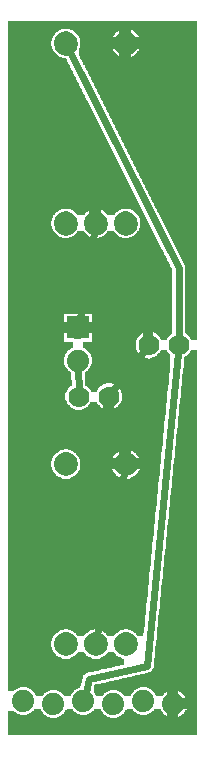
<source format=gtl>
G04 MADE WITH FRITZING*
G04 WWW.FRITZING.ORG*
G04 DOUBLE SIDED*
G04 HOLES PLATED*
G04 CONTOUR ON CENTER OF CONTOUR VECTOR*
%ASAXBY*%
%FSLAX23Y23*%
%MOIN*%
%OFA0B0*%
%SFA1.0B1.0*%
%ADD10C,0.075000*%
%ADD11C,0.070000*%
%ADD12C,0.074000*%
%ADD13C,0.078889*%
%ADD14C,0.024000*%
%ADD15R,0.001000X0.001000*%
%LNCOPPER1*%
G90*
G70*
G54D10*
X528Y2364D03*
X594Y488D03*
G54D11*
X508Y1342D03*
X608Y1342D03*
X274Y1170D03*
X374Y1170D03*
G54D12*
X272Y1400D03*
X272Y1290D03*
X272Y1400D03*
X272Y1290D03*
X272Y1400D03*
X272Y1290D03*
G54D13*
X231Y1747D03*
X331Y1747D03*
X431Y1747D03*
X231Y2347D03*
X431Y2347D03*
X231Y345D03*
X331Y345D03*
X431Y345D03*
X231Y945D03*
X431Y945D03*
G54D12*
X90Y155D03*
X190Y145D03*
X290Y155D03*
X390Y145D03*
X490Y155D03*
X590Y145D03*
G54D14*
X272Y1259D02*
X274Y1196D01*
D02*
X390Y1191D02*
X492Y1322D01*
D02*
X326Y1717D02*
X277Y1431D01*
D02*
X607Y1598D02*
X608Y1368D01*
D02*
X245Y2320D02*
X607Y1598D01*
D02*
X502Y271D02*
X606Y1316D01*
D02*
X309Y228D02*
X502Y271D01*
D02*
X298Y185D02*
X309Y228D01*
D02*
X426Y915D02*
X336Y375D01*
G36*
X40Y2421D02*
X40Y2397D01*
X440Y2397D01*
X440Y2395D01*
X446Y2395D01*
X446Y2393D01*
X452Y2393D01*
X452Y2391D01*
X454Y2391D01*
X454Y2389D01*
X458Y2389D01*
X458Y2387D01*
X460Y2387D01*
X460Y2385D01*
X462Y2385D01*
X462Y2383D01*
X464Y2383D01*
X464Y2381D01*
X466Y2381D01*
X466Y2379D01*
X468Y2379D01*
X468Y2377D01*
X470Y2377D01*
X470Y2375D01*
X472Y2375D01*
X472Y2373D01*
X474Y2373D01*
X474Y2369D01*
X476Y2369D01*
X476Y2365D01*
X478Y2365D01*
X478Y2359D01*
X480Y2359D01*
X480Y2335D01*
X478Y2335D01*
X478Y2331D01*
X476Y2331D01*
X476Y2327D01*
X474Y2327D01*
X474Y2323D01*
X472Y2323D01*
X472Y2321D01*
X470Y2321D01*
X470Y2317D01*
X468Y2317D01*
X468Y2315D01*
X466Y2315D01*
X466Y2313D01*
X464Y2313D01*
X464Y2311D01*
X462Y2311D01*
X462Y2309D01*
X458Y2309D01*
X458Y2307D01*
X456Y2307D01*
X456Y2305D01*
X452Y2305D01*
X452Y2303D01*
X448Y2303D01*
X448Y2301D01*
X442Y2301D01*
X442Y2299D01*
X668Y2299D01*
X668Y2421D01*
X40Y2421D01*
G37*
D02*
G36*
X40Y2397D02*
X40Y1797D01*
X440Y1797D01*
X440Y1795D01*
X448Y1795D01*
X448Y1793D01*
X452Y1793D01*
X452Y1791D01*
X454Y1791D01*
X454Y1789D01*
X458Y1789D01*
X458Y1787D01*
X460Y1787D01*
X460Y1785D01*
X462Y1785D01*
X462Y1783D01*
X464Y1783D01*
X464Y1781D01*
X466Y1781D01*
X466Y1779D01*
X468Y1779D01*
X468Y1777D01*
X470Y1777D01*
X470Y1775D01*
X472Y1775D01*
X472Y1773D01*
X474Y1773D01*
X474Y1769D01*
X476Y1769D01*
X476Y1765D01*
X478Y1765D01*
X478Y1759D01*
X480Y1759D01*
X480Y1737D01*
X478Y1737D01*
X478Y1731D01*
X476Y1731D01*
X476Y1727D01*
X474Y1727D01*
X474Y1723D01*
X472Y1723D01*
X472Y1721D01*
X470Y1721D01*
X470Y1717D01*
X468Y1717D01*
X468Y1715D01*
X466Y1715D01*
X466Y1713D01*
X464Y1713D01*
X464Y1711D01*
X462Y1711D01*
X462Y1709D01*
X458Y1709D01*
X458Y1707D01*
X456Y1707D01*
X456Y1705D01*
X452Y1705D01*
X452Y1703D01*
X448Y1703D01*
X448Y1701D01*
X442Y1701D01*
X442Y1699D01*
X532Y1699D01*
X532Y1701D01*
X530Y1701D01*
X530Y1705D01*
X528Y1705D01*
X528Y1709D01*
X526Y1709D01*
X526Y1713D01*
X524Y1713D01*
X524Y1717D01*
X522Y1717D01*
X522Y1721D01*
X520Y1721D01*
X520Y1725D01*
X518Y1725D01*
X518Y1729D01*
X516Y1729D01*
X516Y1733D01*
X514Y1733D01*
X514Y1737D01*
X512Y1737D01*
X512Y1741D01*
X510Y1741D01*
X510Y1745D01*
X508Y1745D01*
X508Y1749D01*
X506Y1749D01*
X506Y1753D01*
X504Y1753D01*
X504Y1757D01*
X502Y1757D01*
X502Y1761D01*
X500Y1761D01*
X500Y1765D01*
X498Y1765D01*
X498Y1769D01*
X496Y1769D01*
X496Y1773D01*
X494Y1773D01*
X494Y1777D01*
X492Y1777D01*
X492Y1781D01*
X490Y1781D01*
X490Y1785D01*
X488Y1785D01*
X488Y1789D01*
X486Y1789D01*
X486Y1793D01*
X484Y1793D01*
X484Y1797D01*
X482Y1797D01*
X482Y1801D01*
X480Y1801D01*
X480Y1805D01*
X478Y1805D01*
X478Y1809D01*
X476Y1809D01*
X476Y1813D01*
X474Y1813D01*
X474Y1817D01*
X472Y1817D01*
X472Y1821D01*
X470Y1821D01*
X470Y1825D01*
X468Y1825D01*
X468Y1829D01*
X466Y1829D01*
X466Y1833D01*
X464Y1833D01*
X464Y1837D01*
X462Y1837D01*
X462Y1841D01*
X460Y1841D01*
X460Y1845D01*
X458Y1845D01*
X458Y1849D01*
X456Y1849D01*
X456Y1853D01*
X454Y1853D01*
X454Y1857D01*
X452Y1857D01*
X452Y1861D01*
X450Y1861D01*
X450Y1865D01*
X448Y1865D01*
X448Y1869D01*
X446Y1869D01*
X446Y1873D01*
X444Y1873D01*
X444Y1877D01*
X442Y1877D01*
X442Y1881D01*
X440Y1881D01*
X440Y1885D01*
X438Y1885D01*
X438Y1889D01*
X436Y1889D01*
X436Y1893D01*
X434Y1893D01*
X434Y1897D01*
X432Y1897D01*
X432Y1901D01*
X430Y1901D01*
X430Y1905D01*
X428Y1905D01*
X428Y1909D01*
X426Y1909D01*
X426Y1913D01*
X424Y1913D01*
X424Y1917D01*
X422Y1917D01*
X422Y1921D01*
X420Y1921D01*
X420Y1925D01*
X418Y1925D01*
X418Y1929D01*
X416Y1929D01*
X416Y1933D01*
X414Y1933D01*
X414Y1937D01*
X412Y1937D01*
X412Y1941D01*
X410Y1941D01*
X410Y1945D01*
X408Y1945D01*
X408Y1949D01*
X406Y1949D01*
X406Y1953D01*
X404Y1953D01*
X404Y1957D01*
X402Y1957D01*
X402Y1961D01*
X400Y1961D01*
X400Y1965D01*
X398Y1965D01*
X398Y1969D01*
X396Y1969D01*
X396Y1973D01*
X394Y1973D01*
X394Y1977D01*
X392Y1977D01*
X392Y1981D01*
X390Y1981D01*
X390Y1985D01*
X388Y1985D01*
X388Y1989D01*
X386Y1989D01*
X386Y1993D01*
X384Y1993D01*
X384Y1997D01*
X382Y1997D01*
X382Y2001D01*
X380Y2001D01*
X380Y2005D01*
X378Y2005D01*
X378Y2009D01*
X376Y2009D01*
X376Y2013D01*
X374Y2013D01*
X374Y2017D01*
X372Y2017D01*
X372Y2021D01*
X370Y2021D01*
X370Y2025D01*
X368Y2025D01*
X368Y2029D01*
X366Y2029D01*
X366Y2033D01*
X364Y2033D01*
X364Y2037D01*
X362Y2037D01*
X362Y2041D01*
X360Y2041D01*
X360Y2045D01*
X358Y2045D01*
X358Y2049D01*
X356Y2049D01*
X356Y2053D01*
X354Y2053D01*
X354Y2057D01*
X352Y2057D01*
X352Y2061D01*
X350Y2061D01*
X350Y2065D01*
X348Y2065D01*
X348Y2069D01*
X346Y2069D01*
X346Y2073D01*
X344Y2073D01*
X344Y2077D01*
X342Y2077D01*
X342Y2081D01*
X340Y2081D01*
X340Y2085D01*
X338Y2085D01*
X338Y2089D01*
X336Y2089D01*
X336Y2093D01*
X334Y2093D01*
X334Y2097D01*
X332Y2097D01*
X332Y2101D01*
X330Y2101D01*
X330Y2105D01*
X328Y2105D01*
X328Y2109D01*
X326Y2109D01*
X326Y2113D01*
X324Y2113D01*
X324Y2117D01*
X322Y2117D01*
X322Y2121D01*
X320Y2121D01*
X320Y2125D01*
X318Y2125D01*
X318Y2129D01*
X316Y2129D01*
X316Y2133D01*
X314Y2133D01*
X314Y2137D01*
X312Y2137D01*
X312Y2141D01*
X310Y2141D01*
X310Y2145D01*
X308Y2145D01*
X308Y2149D01*
X306Y2149D01*
X306Y2153D01*
X304Y2153D01*
X304Y2157D01*
X302Y2157D01*
X302Y2159D01*
X300Y2159D01*
X300Y2163D01*
X298Y2163D01*
X298Y2167D01*
X296Y2167D01*
X296Y2171D01*
X294Y2171D01*
X294Y2175D01*
X292Y2175D01*
X292Y2179D01*
X290Y2179D01*
X290Y2183D01*
X288Y2183D01*
X288Y2187D01*
X286Y2187D01*
X286Y2191D01*
X284Y2191D01*
X284Y2195D01*
X282Y2195D01*
X282Y2199D01*
X280Y2199D01*
X280Y2203D01*
X278Y2203D01*
X278Y2207D01*
X276Y2207D01*
X276Y2211D01*
X274Y2211D01*
X274Y2215D01*
X272Y2215D01*
X272Y2219D01*
X270Y2219D01*
X270Y2223D01*
X268Y2223D01*
X268Y2227D01*
X266Y2227D01*
X266Y2231D01*
X264Y2231D01*
X264Y2235D01*
X262Y2235D01*
X262Y2239D01*
X260Y2239D01*
X260Y2243D01*
X258Y2243D01*
X258Y2247D01*
X256Y2247D01*
X256Y2251D01*
X254Y2251D01*
X254Y2255D01*
X252Y2255D01*
X252Y2259D01*
X250Y2259D01*
X250Y2263D01*
X248Y2263D01*
X248Y2267D01*
X246Y2267D01*
X246Y2271D01*
X244Y2271D01*
X244Y2275D01*
X242Y2275D01*
X242Y2279D01*
X240Y2279D01*
X240Y2283D01*
X238Y2283D01*
X238Y2287D01*
X236Y2287D01*
X236Y2291D01*
X234Y2291D01*
X234Y2295D01*
X232Y2295D01*
X232Y2299D01*
X220Y2299D01*
X220Y2301D01*
X214Y2301D01*
X214Y2303D01*
X210Y2303D01*
X210Y2305D01*
X208Y2305D01*
X208Y2307D01*
X204Y2307D01*
X204Y2309D01*
X202Y2309D01*
X202Y2311D01*
X200Y2311D01*
X200Y2313D01*
X198Y2313D01*
X198Y2315D01*
X196Y2315D01*
X196Y2317D01*
X194Y2317D01*
X194Y2319D01*
X192Y2319D01*
X192Y2321D01*
X190Y2321D01*
X190Y2325D01*
X188Y2325D01*
X188Y2329D01*
X186Y2329D01*
X186Y2333D01*
X184Y2333D01*
X184Y2339D01*
X182Y2339D01*
X182Y2357D01*
X184Y2357D01*
X184Y2363D01*
X186Y2363D01*
X186Y2367D01*
X188Y2367D01*
X188Y2371D01*
X190Y2371D01*
X190Y2373D01*
X192Y2373D01*
X192Y2377D01*
X194Y2377D01*
X194Y2379D01*
X196Y2379D01*
X196Y2381D01*
X198Y2381D01*
X198Y2383D01*
X200Y2383D01*
X200Y2385D01*
X202Y2385D01*
X202Y2387D01*
X204Y2387D01*
X204Y2389D01*
X208Y2389D01*
X208Y2391D01*
X212Y2391D01*
X212Y2393D01*
X216Y2393D01*
X216Y2395D01*
X222Y2395D01*
X222Y2397D01*
X40Y2397D01*
G37*
D02*
G36*
X240Y2397D02*
X240Y2395D01*
X246Y2395D01*
X246Y2393D01*
X252Y2393D01*
X252Y2391D01*
X254Y2391D01*
X254Y2389D01*
X258Y2389D01*
X258Y2387D01*
X260Y2387D01*
X260Y2385D01*
X262Y2385D01*
X262Y2383D01*
X264Y2383D01*
X264Y2381D01*
X266Y2381D01*
X266Y2379D01*
X268Y2379D01*
X268Y2377D01*
X270Y2377D01*
X270Y2375D01*
X272Y2375D01*
X272Y2373D01*
X274Y2373D01*
X274Y2369D01*
X276Y2369D01*
X276Y2365D01*
X278Y2365D01*
X278Y2359D01*
X280Y2359D01*
X280Y2335D01*
X278Y2335D01*
X278Y2331D01*
X276Y2331D01*
X276Y2305D01*
X278Y2305D01*
X278Y2301D01*
X280Y2301D01*
X280Y2299D01*
X420Y2299D01*
X420Y2301D01*
X414Y2301D01*
X414Y2303D01*
X410Y2303D01*
X410Y2305D01*
X408Y2305D01*
X408Y2307D01*
X404Y2307D01*
X404Y2309D01*
X402Y2309D01*
X402Y2311D01*
X400Y2311D01*
X400Y2313D01*
X398Y2313D01*
X398Y2315D01*
X396Y2315D01*
X396Y2317D01*
X394Y2317D01*
X394Y2319D01*
X392Y2319D01*
X392Y2321D01*
X390Y2321D01*
X390Y2325D01*
X388Y2325D01*
X388Y2329D01*
X386Y2329D01*
X386Y2333D01*
X384Y2333D01*
X384Y2339D01*
X382Y2339D01*
X382Y2357D01*
X384Y2357D01*
X384Y2363D01*
X386Y2363D01*
X386Y2367D01*
X388Y2367D01*
X388Y2371D01*
X390Y2371D01*
X390Y2373D01*
X392Y2373D01*
X392Y2377D01*
X394Y2377D01*
X394Y2379D01*
X396Y2379D01*
X396Y2381D01*
X398Y2381D01*
X398Y2383D01*
X400Y2383D01*
X400Y2385D01*
X402Y2385D01*
X402Y2387D01*
X404Y2387D01*
X404Y2389D01*
X408Y2389D01*
X408Y2391D01*
X412Y2391D01*
X412Y2393D01*
X416Y2393D01*
X416Y2395D01*
X422Y2395D01*
X422Y2397D01*
X240Y2397D01*
G37*
D02*
G36*
X280Y2299D02*
X280Y2297D01*
X668Y2297D01*
X668Y2299D01*
X280Y2299D01*
G37*
D02*
G36*
X280Y2299D02*
X280Y2297D01*
X668Y2297D01*
X668Y2299D01*
X280Y2299D01*
G37*
D02*
G36*
X282Y2297D02*
X282Y2293D01*
X284Y2293D01*
X284Y2289D01*
X286Y2289D01*
X286Y2285D01*
X288Y2285D01*
X288Y2281D01*
X290Y2281D01*
X290Y2277D01*
X292Y2277D01*
X292Y2275D01*
X294Y2275D01*
X294Y2271D01*
X296Y2271D01*
X296Y2267D01*
X298Y2267D01*
X298Y2263D01*
X300Y2263D01*
X300Y2259D01*
X302Y2259D01*
X302Y2255D01*
X304Y2255D01*
X304Y2251D01*
X306Y2251D01*
X306Y2247D01*
X308Y2247D01*
X308Y2243D01*
X310Y2243D01*
X310Y2239D01*
X312Y2239D01*
X312Y2235D01*
X314Y2235D01*
X314Y2231D01*
X316Y2231D01*
X316Y2227D01*
X318Y2227D01*
X318Y2223D01*
X320Y2223D01*
X320Y2219D01*
X322Y2219D01*
X322Y2215D01*
X324Y2215D01*
X324Y2211D01*
X326Y2211D01*
X326Y2207D01*
X328Y2207D01*
X328Y2203D01*
X330Y2203D01*
X330Y2199D01*
X332Y2199D01*
X332Y2195D01*
X334Y2195D01*
X334Y2191D01*
X336Y2191D01*
X336Y2187D01*
X338Y2187D01*
X338Y2183D01*
X340Y2183D01*
X340Y2179D01*
X342Y2179D01*
X342Y2175D01*
X344Y2175D01*
X344Y2171D01*
X346Y2171D01*
X346Y2167D01*
X348Y2167D01*
X348Y2163D01*
X350Y2163D01*
X350Y2159D01*
X352Y2159D01*
X352Y2155D01*
X354Y2155D01*
X354Y2151D01*
X356Y2151D01*
X356Y2147D01*
X358Y2147D01*
X358Y2143D01*
X360Y2143D01*
X360Y2139D01*
X362Y2139D01*
X362Y2135D01*
X364Y2135D01*
X364Y2131D01*
X366Y2131D01*
X366Y2127D01*
X368Y2127D01*
X368Y2123D01*
X370Y2123D01*
X370Y2119D01*
X372Y2119D01*
X372Y2115D01*
X374Y2115D01*
X374Y2111D01*
X376Y2111D01*
X376Y2107D01*
X378Y2107D01*
X378Y2103D01*
X380Y2103D01*
X380Y2099D01*
X382Y2099D01*
X382Y2095D01*
X384Y2095D01*
X384Y2091D01*
X386Y2091D01*
X386Y2087D01*
X388Y2087D01*
X388Y2083D01*
X390Y2083D01*
X390Y2079D01*
X392Y2079D01*
X392Y2075D01*
X394Y2075D01*
X394Y2071D01*
X396Y2071D01*
X396Y2067D01*
X398Y2067D01*
X398Y2063D01*
X400Y2063D01*
X400Y2059D01*
X402Y2059D01*
X402Y2055D01*
X404Y2055D01*
X404Y2051D01*
X406Y2051D01*
X406Y2047D01*
X408Y2047D01*
X408Y2043D01*
X410Y2043D01*
X410Y2039D01*
X412Y2039D01*
X412Y2035D01*
X414Y2035D01*
X414Y2031D01*
X416Y2031D01*
X416Y2027D01*
X418Y2027D01*
X418Y2023D01*
X420Y2023D01*
X420Y2019D01*
X422Y2019D01*
X422Y2015D01*
X424Y2015D01*
X424Y2011D01*
X426Y2011D01*
X426Y2007D01*
X428Y2007D01*
X428Y2003D01*
X430Y2003D01*
X430Y1999D01*
X432Y1999D01*
X432Y1995D01*
X434Y1995D01*
X434Y1991D01*
X436Y1991D01*
X436Y1987D01*
X438Y1987D01*
X438Y1983D01*
X440Y1983D01*
X440Y1979D01*
X442Y1979D01*
X442Y1975D01*
X444Y1975D01*
X444Y1971D01*
X446Y1971D01*
X446Y1967D01*
X448Y1967D01*
X448Y1963D01*
X450Y1963D01*
X450Y1959D01*
X452Y1959D01*
X452Y1955D01*
X454Y1955D01*
X454Y1951D01*
X456Y1951D01*
X456Y1947D01*
X458Y1947D01*
X458Y1943D01*
X460Y1943D01*
X460Y1939D01*
X462Y1939D01*
X462Y1935D01*
X464Y1935D01*
X464Y1931D01*
X466Y1931D01*
X466Y1927D01*
X468Y1927D01*
X468Y1923D01*
X470Y1923D01*
X470Y1919D01*
X472Y1919D01*
X472Y1915D01*
X474Y1915D01*
X474Y1911D01*
X476Y1911D01*
X476Y1907D01*
X478Y1907D01*
X478Y1903D01*
X480Y1903D01*
X480Y1899D01*
X482Y1899D01*
X482Y1895D01*
X484Y1895D01*
X484Y1891D01*
X486Y1891D01*
X486Y1887D01*
X488Y1887D01*
X488Y1883D01*
X490Y1883D01*
X490Y1879D01*
X492Y1879D01*
X492Y1875D01*
X494Y1875D01*
X494Y1871D01*
X496Y1871D01*
X496Y1867D01*
X498Y1867D01*
X498Y1863D01*
X500Y1863D01*
X500Y1859D01*
X502Y1859D01*
X502Y1855D01*
X504Y1855D01*
X504Y1851D01*
X506Y1851D01*
X506Y1847D01*
X508Y1847D01*
X508Y1843D01*
X510Y1843D01*
X510Y1839D01*
X512Y1839D01*
X512Y1835D01*
X514Y1835D01*
X514Y1831D01*
X516Y1831D01*
X516Y1827D01*
X518Y1827D01*
X518Y1823D01*
X520Y1823D01*
X520Y1819D01*
X522Y1819D01*
X522Y1815D01*
X524Y1815D01*
X524Y1811D01*
X526Y1811D01*
X526Y1807D01*
X528Y1807D01*
X528Y1803D01*
X530Y1803D01*
X530Y1799D01*
X532Y1799D01*
X532Y1795D01*
X534Y1795D01*
X534Y1791D01*
X536Y1791D01*
X536Y1787D01*
X538Y1787D01*
X538Y1785D01*
X540Y1785D01*
X540Y1781D01*
X542Y1781D01*
X542Y1777D01*
X544Y1777D01*
X544Y1773D01*
X546Y1773D01*
X546Y1769D01*
X548Y1769D01*
X548Y1765D01*
X550Y1765D01*
X550Y1761D01*
X552Y1761D01*
X552Y1757D01*
X554Y1757D01*
X554Y1753D01*
X556Y1753D01*
X556Y1749D01*
X558Y1749D01*
X558Y1745D01*
X560Y1745D01*
X560Y1741D01*
X562Y1741D01*
X562Y1737D01*
X564Y1737D01*
X564Y1733D01*
X566Y1733D01*
X566Y1729D01*
X568Y1729D01*
X568Y1725D01*
X570Y1725D01*
X570Y1721D01*
X572Y1721D01*
X572Y1717D01*
X574Y1717D01*
X574Y1713D01*
X576Y1713D01*
X576Y1709D01*
X578Y1709D01*
X578Y1705D01*
X580Y1705D01*
X580Y1701D01*
X582Y1701D01*
X582Y1697D01*
X584Y1697D01*
X584Y1693D01*
X586Y1693D01*
X586Y1689D01*
X588Y1689D01*
X588Y1685D01*
X590Y1685D01*
X590Y1681D01*
X592Y1681D01*
X592Y1677D01*
X594Y1677D01*
X594Y1673D01*
X596Y1673D01*
X596Y1669D01*
X598Y1669D01*
X598Y1665D01*
X600Y1665D01*
X600Y1661D01*
X602Y1661D01*
X602Y1657D01*
X604Y1657D01*
X604Y1653D01*
X606Y1653D01*
X606Y1649D01*
X608Y1649D01*
X608Y1645D01*
X610Y1645D01*
X610Y1641D01*
X612Y1641D01*
X612Y1637D01*
X614Y1637D01*
X614Y1633D01*
X616Y1633D01*
X616Y1629D01*
X618Y1629D01*
X618Y1625D01*
X620Y1625D01*
X620Y1621D01*
X622Y1621D01*
X622Y1617D01*
X624Y1617D01*
X624Y1613D01*
X626Y1613D01*
X626Y1609D01*
X628Y1609D01*
X628Y1603D01*
X630Y1603D01*
X630Y1381D01*
X632Y1381D01*
X632Y1379D01*
X634Y1379D01*
X634Y1377D01*
X636Y1377D01*
X636Y1375D01*
X638Y1375D01*
X638Y1373D01*
X640Y1373D01*
X640Y1371D01*
X642Y1371D01*
X642Y1369D01*
X644Y1369D01*
X644Y1367D01*
X646Y1367D01*
X646Y1363D01*
X648Y1363D01*
X648Y1359D01*
X668Y1359D01*
X668Y2297D01*
X282Y2297D01*
G37*
D02*
G36*
X40Y1797D02*
X40Y1699D01*
X220Y1699D01*
X220Y1701D01*
X214Y1701D01*
X214Y1703D01*
X210Y1703D01*
X210Y1705D01*
X208Y1705D01*
X208Y1707D01*
X204Y1707D01*
X204Y1709D01*
X202Y1709D01*
X202Y1711D01*
X200Y1711D01*
X200Y1713D01*
X198Y1713D01*
X198Y1715D01*
X196Y1715D01*
X196Y1717D01*
X194Y1717D01*
X194Y1719D01*
X192Y1719D01*
X192Y1721D01*
X190Y1721D01*
X190Y1725D01*
X188Y1725D01*
X188Y1729D01*
X186Y1729D01*
X186Y1733D01*
X184Y1733D01*
X184Y1739D01*
X182Y1739D01*
X182Y1757D01*
X184Y1757D01*
X184Y1763D01*
X186Y1763D01*
X186Y1767D01*
X188Y1767D01*
X188Y1771D01*
X190Y1771D01*
X190Y1775D01*
X192Y1775D01*
X192Y1777D01*
X194Y1777D01*
X194Y1779D01*
X196Y1779D01*
X196Y1781D01*
X198Y1781D01*
X198Y1783D01*
X200Y1783D01*
X200Y1785D01*
X202Y1785D01*
X202Y1787D01*
X204Y1787D01*
X204Y1789D01*
X208Y1789D01*
X208Y1791D01*
X212Y1791D01*
X212Y1793D01*
X216Y1793D01*
X216Y1795D01*
X222Y1795D01*
X222Y1797D01*
X40Y1797D01*
G37*
D02*
G36*
X240Y1797D02*
X240Y1795D01*
X248Y1795D01*
X248Y1793D01*
X252Y1793D01*
X252Y1791D01*
X254Y1791D01*
X254Y1789D01*
X258Y1789D01*
X258Y1787D01*
X260Y1787D01*
X260Y1785D01*
X262Y1785D01*
X262Y1783D01*
X264Y1783D01*
X264Y1781D01*
X266Y1781D01*
X266Y1779D01*
X268Y1779D01*
X268Y1777D01*
X270Y1777D01*
X270Y1775D01*
X292Y1775D01*
X292Y1777D01*
X294Y1777D01*
X294Y1779D01*
X296Y1779D01*
X296Y1781D01*
X298Y1781D01*
X298Y1783D01*
X300Y1783D01*
X300Y1785D01*
X302Y1785D01*
X302Y1787D01*
X304Y1787D01*
X304Y1789D01*
X308Y1789D01*
X308Y1791D01*
X312Y1791D01*
X312Y1793D01*
X316Y1793D01*
X316Y1795D01*
X322Y1795D01*
X322Y1797D01*
X240Y1797D01*
G37*
D02*
G36*
X340Y1797D02*
X340Y1795D01*
X348Y1795D01*
X348Y1793D01*
X352Y1793D01*
X352Y1791D01*
X354Y1791D01*
X354Y1789D01*
X358Y1789D01*
X358Y1787D01*
X360Y1787D01*
X360Y1785D01*
X362Y1785D01*
X362Y1783D01*
X364Y1783D01*
X364Y1781D01*
X366Y1781D01*
X366Y1779D01*
X368Y1779D01*
X368Y1777D01*
X370Y1777D01*
X370Y1775D01*
X392Y1775D01*
X392Y1777D01*
X394Y1777D01*
X394Y1779D01*
X396Y1779D01*
X396Y1781D01*
X398Y1781D01*
X398Y1783D01*
X400Y1783D01*
X400Y1785D01*
X402Y1785D01*
X402Y1787D01*
X404Y1787D01*
X404Y1789D01*
X408Y1789D01*
X408Y1791D01*
X412Y1791D01*
X412Y1793D01*
X416Y1793D01*
X416Y1795D01*
X422Y1795D01*
X422Y1797D01*
X340Y1797D01*
G37*
D02*
G36*
X270Y1721D02*
X270Y1717D01*
X268Y1717D01*
X268Y1715D01*
X266Y1715D01*
X266Y1713D01*
X264Y1713D01*
X264Y1711D01*
X262Y1711D01*
X262Y1709D01*
X258Y1709D01*
X258Y1707D01*
X256Y1707D01*
X256Y1705D01*
X252Y1705D01*
X252Y1703D01*
X248Y1703D01*
X248Y1701D01*
X242Y1701D01*
X242Y1699D01*
X320Y1699D01*
X320Y1701D01*
X314Y1701D01*
X314Y1703D01*
X310Y1703D01*
X310Y1705D01*
X308Y1705D01*
X308Y1707D01*
X304Y1707D01*
X304Y1709D01*
X302Y1709D01*
X302Y1711D01*
X300Y1711D01*
X300Y1713D01*
X298Y1713D01*
X298Y1715D01*
X296Y1715D01*
X296Y1717D01*
X294Y1717D01*
X294Y1719D01*
X292Y1719D01*
X292Y1721D01*
X270Y1721D01*
G37*
D02*
G36*
X370Y1721D02*
X370Y1717D01*
X368Y1717D01*
X368Y1715D01*
X366Y1715D01*
X366Y1713D01*
X364Y1713D01*
X364Y1711D01*
X362Y1711D01*
X362Y1709D01*
X358Y1709D01*
X358Y1707D01*
X356Y1707D01*
X356Y1705D01*
X352Y1705D01*
X352Y1703D01*
X348Y1703D01*
X348Y1701D01*
X342Y1701D01*
X342Y1699D01*
X420Y1699D01*
X420Y1701D01*
X414Y1701D01*
X414Y1703D01*
X410Y1703D01*
X410Y1705D01*
X408Y1705D01*
X408Y1707D01*
X404Y1707D01*
X404Y1709D01*
X402Y1709D01*
X402Y1711D01*
X400Y1711D01*
X400Y1713D01*
X398Y1713D01*
X398Y1715D01*
X396Y1715D01*
X396Y1717D01*
X394Y1717D01*
X394Y1719D01*
X392Y1719D01*
X392Y1721D01*
X370Y1721D01*
G37*
D02*
G36*
X40Y1699D02*
X40Y1697D01*
X532Y1697D01*
X532Y1699D01*
X40Y1699D01*
G37*
D02*
G36*
X40Y1699D02*
X40Y1697D01*
X532Y1697D01*
X532Y1699D01*
X40Y1699D01*
G37*
D02*
G36*
X40Y1699D02*
X40Y1697D01*
X532Y1697D01*
X532Y1699D01*
X40Y1699D01*
G37*
D02*
G36*
X40Y1699D02*
X40Y1697D01*
X532Y1697D01*
X532Y1699D01*
X40Y1699D01*
G37*
D02*
G36*
X40Y1697D02*
X40Y1447D01*
X318Y1447D01*
X318Y1387D01*
X518Y1387D01*
X518Y1385D01*
X524Y1385D01*
X524Y1383D01*
X528Y1383D01*
X528Y1381D01*
X532Y1381D01*
X532Y1379D01*
X534Y1379D01*
X534Y1377D01*
X536Y1377D01*
X536Y1375D01*
X538Y1375D01*
X538Y1373D01*
X540Y1373D01*
X540Y1371D01*
X542Y1371D01*
X542Y1369D01*
X544Y1369D01*
X544Y1367D01*
X546Y1367D01*
X546Y1363D01*
X548Y1363D01*
X548Y1359D01*
X568Y1359D01*
X568Y1363D01*
X570Y1363D01*
X570Y1365D01*
X572Y1365D01*
X572Y1369D01*
X574Y1369D01*
X574Y1371D01*
X576Y1371D01*
X576Y1373D01*
X578Y1373D01*
X578Y1375D01*
X580Y1375D01*
X580Y1377D01*
X582Y1377D01*
X582Y1379D01*
X586Y1379D01*
X586Y1595D01*
X584Y1595D01*
X584Y1599D01*
X582Y1599D01*
X582Y1603D01*
X580Y1603D01*
X580Y1607D01*
X578Y1607D01*
X578Y1611D01*
X576Y1611D01*
X576Y1615D01*
X574Y1615D01*
X574Y1619D01*
X572Y1619D01*
X572Y1623D01*
X570Y1623D01*
X570Y1627D01*
X568Y1627D01*
X568Y1631D01*
X566Y1631D01*
X566Y1635D01*
X564Y1635D01*
X564Y1639D01*
X562Y1639D01*
X562Y1643D01*
X560Y1643D01*
X560Y1647D01*
X558Y1647D01*
X558Y1651D01*
X556Y1651D01*
X556Y1655D01*
X554Y1655D01*
X554Y1659D01*
X552Y1659D01*
X552Y1661D01*
X550Y1661D01*
X550Y1665D01*
X548Y1665D01*
X548Y1669D01*
X546Y1669D01*
X546Y1673D01*
X544Y1673D01*
X544Y1677D01*
X542Y1677D01*
X542Y1681D01*
X540Y1681D01*
X540Y1685D01*
X538Y1685D01*
X538Y1689D01*
X536Y1689D01*
X536Y1693D01*
X534Y1693D01*
X534Y1697D01*
X40Y1697D01*
G37*
D02*
G36*
X40Y1447D02*
X40Y1125D01*
X268Y1125D01*
X268Y1127D01*
X262Y1127D01*
X262Y1129D01*
X256Y1129D01*
X256Y1131D01*
X254Y1131D01*
X254Y1133D01*
X250Y1133D01*
X250Y1135D01*
X248Y1135D01*
X248Y1137D01*
X246Y1137D01*
X246Y1139D01*
X244Y1139D01*
X244Y1141D01*
X242Y1141D01*
X242Y1143D01*
X240Y1143D01*
X240Y1145D01*
X238Y1145D01*
X238Y1147D01*
X236Y1147D01*
X236Y1151D01*
X234Y1151D01*
X234Y1155D01*
X232Y1155D01*
X232Y1159D01*
X230Y1159D01*
X230Y1181D01*
X232Y1181D01*
X232Y1187D01*
X234Y1187D01*
X234Y1191D01*
X236Y1191D01*
X236Y1193D01*
X238Y1193D01*
X238Y1197D01*
X240Y1197D01*
X240Y1199D01*
X242Y1199D01*
X242Y1201D01*
X244Y1201D01*
X244Y1203D01*
X246Y1203D01*
X246Y1205D01*
X248Y1205D01*
X248Y1207D01*
X252Y1207D01*
X252Y1227D01*
X250Y1227D01*
X250Y1251D01*
X246Y1251D01*
X246Y1253D01*
X244Y1253D01*
X244Y1255D01*
X242Y1255D01*
X242Y1257D01*
X240Y1257D01*
X240Y1259D01*
X238Y1259D01*
X238Y1261D01*
X236Y1261D01*
X236Y1263D01*
X234Y1263D01*
X234Y1265D01*
X232Y1265D01*
X232Y1269D01*
X230Y1269D01*
X230Y1273D01*
X228Y1273D01*
X228Y1277D01*
X226Y1277D01*
X226Y1287D01*
X224Y1287D01*
X224Y1295D01*
X226Y1295D01*
X226Y1303D01*
X228Y1303D01*
X228Y1309D01*
X230Y1309D01*
X230Y1311D01*
X232Y1311D01*
X232Y1315D01*
X234Y1315D01*
X234Y1317D01*
X236Y1317D01*
X236Y1321D01*
X238Y1321D01*
X238Y1323D01*
X240Y1323D01*
X240Y1325D01*
X242Y1325D01*
X242Y1327D01*
X246Y1327D01*
X246Y1329D01*
X248Y1329D01*
X248Y1331D01*
X252Y1331D01*
X252Y1333D01*
X256Y1333D01*
X256Y1353D01*
X226Y1353D01*
X226Y1355D01*
X224Y1355D01*
X224Y1447D01*
X40Y1447D01*
G37*
D02*
G36*
X318Y1387D02*
X318Y1353D01*
X288Y1353D01*
X288Y1333D01*
X292Y1333D01*
X292Y1331D01*
X296Y1331D01*
X296Y1329D01*
X298Y1329D01*
X298Y1327D01*
X300Y1327D01*
X300Y1325D01*
X302Y1325D01*
X302Y1323D01*
X304Y1323D01*
X304Y1321D01*
X306Y1321D01*
X306Y1319D01*
X308Y1319D01*
X308Y1317D01*
X310Y1317D01*
X310Y1315D01*
X312Y1315D01*
X312Y1311D01*
X314Y1311D01*
X314Y1307D01*
X316Y1307D01*
X316Y1301D01*
X318Y1301D01*
X318Y1297D01*
X504Y1297D01*
X504Y1299D01*
X496Y1299D01*
X496Y1301D01*
X492Y1301D01*
X492Y1303D01*
X488Y1303D01*
X488Y1305D01*
X484Y1305D01*
X484Y1307D01*
X482Y1307D01*
X482Y1309D01*
X480Y1309D01*
X480Y1311D01*
X478Y1311D01*
X478Y1313D01*
X476Y1313D01*
X476Y1315D01*
X474Y1315D01*
X474Y1317D01*
X472Y1317D01*
X472Y1319D01*
X470Y1319D01*
X470Y1323D01*
X468Y1323D01*
X468Y1327D01*
X466Y1327D01*
X466Y1331D01*
X464Y1331D01*
X464Y1353D01*
X466Y1353D01*
X466Y1359D01*
X468Y1359D01*
X468Y1363D01*
X470Y1363D01*
X470Y1365D01*
X472Y1365D01*
X472Y1369D01*
X474Y1369D01*
X474Y1371D01*
X476Y1371D01*
X476Y1373D01*
X478Y1373D01*
X478Y1375D01*
X480Y1375D01*
X480Y1377D01*
X482Y1377D01*
X482Y1379D01*
X486Y1379D01*
X486Y1381D01*
X488Y1381D01*
X488Y1383D01*
X492Y1383D01*
X492Y1385D01*
X498Y1385D01*
X498Y1387D01*
X318Y1387D01*
G37*
D02*
G36*
X548Y1325D02*
X548Y1323D01*
X546Y1323D01*
X546Y1319D01*
X544Y1319D01*
X544Y1317D01*
X542Y1317D01*
X542Y1315D01*
X540Y1315D01*
X540Y1311D01*
X536Y1311D01*
X536Y1309D01*
X534Y1309D01*
X534Y1307D01*
X532Y1307D01*
X532Y1305D01*
X528Y1305D01*
X528Y1303D01*
X526Y1303D01*
X526Y1301D01*
X520Y1301D01*
X520Y1299D01*
X512Y1299D01*
X512Y1297D01*
X580Y1297D01*
X580Y1311D01*
X578Y1311D01*
X578Y1313D01*
X576Y1313D01*
X576Y1315D01*
X574Y1315D01*
X574Y1317D01*
X572Y1317D01*
X572Y1319D01*
X570Y1319D01*
X570Y1323D01*
X568Y1323D01*
X568Y1325D01*
X548Y1325D01*
G37*
D02*
G36*
X318Y1297D02*
X318Y1295D01*
X580Y1295D01*
X580Y1297D01*
X318Y1297D01*
G37*
D02*
G36*
X318Y1297D02*
X318Y1295D01*
X580Y1295D01*
X580Y1297D01*
X318Y1297D01*
G37*
D02*
G36*
X318Y1295D02*
X318Y1279D01*
X316Y1279D01*
X316Y1275D01*
X314Y1275D01*
X314Y1271D01*
X312Y1271D01*
X312Y1267D01*
X310Y1267D01*
X310Y1265D01*
X308Y1265D01*
X308Y1261D01*
X306Y1261D01*
X306Y1259D01*
X304Y1259D01*
X304Y1257D01*
X302Y1257D01*
X302Y1255D01*
X300Y1255D01*
X300Y1253D01*
X296Y1253D01*
X296Y1251D01*
X294Y1251D01*
X294Y1227D01*
X296Y1227D01*
X296Y1215D01*
X384Y1215D01*
X384Y1213D01*
X390Y1213D01*
X390Y1211D01*
X394Y1211D01*
X394Y1209D01*
X398Y1209D01*
X398Y1207D01*
X400Y1207D01*
X400Y1205D01*
X402Y1205D01*
X402Y1203D01*
X404Y1203D01*
X404Y1201D01*
X406Y1201D01*
X406Y1199D01*
X408Y1199D01*
X408Y1197D01*
X410Y1197D01*
X410Y1195D01*
X412Y1195D01*
X412Y1191D01*
X414Y1191D01*
X414Y1187D01*
X416Y1187D01*
X416Y1183D01*
X418Y1183D01*
X418Y1175D01*
X420Y1175D01*
X420Y1165D01*
X418Y1165D01*
X418Y1157D01*
X416Y1157D01*
X416Y1153D01*
X414Y1153D01*
X414Y1149D01*
X412Y1149D01*
X412Y1147D01*
X410Y1147D01*
X410Y1145D01*
X408Y1145D01*
X408Y1141D01*
X406Y1141D01*
X406Y1139D01*
X404Y1139D01*
X404Y1137D01*
X400Y1137D01*
X400Y1135D01*
X398Y1135D01*
X398Y1133D01*
X396Y1133D01*
X396Y1131D01*
X392Y1131D01*
X392Y1129D01*
X388Y1129D01*
X388Y1127D01*
X380Y1127D01*
X380Y1125D01*
X564Y1125D01*
X564Y1129D01*
X566Y1129D01*
X566Y1149D01*
X568Y1149D01*
X568Y1169D01*
X570Y1169D01*
X570Y1189D01*
X572Y1189D01*
X572Y1209D01*
X574Y1209D01*
X574Y1229D01*
X576Y1229D01*
X576Y1249D01*
X578Y1249D01*
X578Y1271D01*
X580Y1271D01*
X580Y1295D01*
X318Y1295D01*
G37*
D02*
G36*
X296Y1215D02*
X296Y1207D01*
X300Y1207D01*
X300Y1205D01*
X302Y1205D01*
X302Y1203D01*
X304Y1203D01*
X304Y1201D01*
X306Y1201D01*
X306Y1199D01*
X308Y1199D01*
X308Y1197D01*
X310Y1197D01*
X310Y1195D01*
X312Y1195D01*
X312Y1191D01*
X314Y1191D01*
X314Y1187D01*
X334Y1187D01*
X334Y1191D01*
X336Y1191D01*
X336Y1193D01*
X338Y1193D01*
X338Y1197D01*
X340Y1197D01*
X340Y1199D01*
X342Y1199D01*
X342Y1201D01*
X344Y1201D01*
X344Y1203D01*
X346Y1203D01*
X346Y1205D01*
X348Y1205D01*
X348Y1207D01*
X352Y1207D01*
X352Y1209D01*
X354Y1209D01*
X354Y1211D01*
X358Y1211D01*
X358Y1213D01*
X364Y1213D01*
X364Y1215D01*
X296Y1215D01*
G37*
D02*
G36*
X314Y1153D02*
X314Y1151D01*
X312Y1151D01*
X312Y1147D01*
X310Y1147D01*
X310Y1145D01*
X308Y1145D01*
X308Y1141D01*
X306Y1141D01*
X306Y1139D01*
X304Y1139D01*
X304Y1137D01*
X300Y1137D01*
X300Y1135D01*
X298Y1135D01*
X298Y1133D01*
X296Y1133D01*
X296Y1131D01*
X292Y1131D01*
X292Y1129D01*
X286Y1129D01*
X286Y1127D01*
X280Y1127D01*
X280Y1125D01*
X370Y1125D01*
X370Y1127D01*
X362Y1127D01*
X362Y1129D01*
X358Y1129D01*
X358Y1131D01*
X354Y1131D01*
X354Y1133D01*
X350Y1133D01*
X350Y1135D01*
X348Y1135D01*
X348Y1137D01*
X346Y1137D01*
X346Y1139D01*
X344Y1139D01*
X344Y1141D01*
X342Y1141D01*
X342Y1143D01*
X340Y1143D01*
X340Y1145D01*
X338Y1145D01*
X338Y1147D01*
X336Y1147D01*
X336Y1151D01*
X334Y1151D01*
X334Y1153D01*
X314Y1153D01*
G37*
D02*
G36*
X40Y1125D02*
X40Y1123D01*
X564Y1123D01*
X564Y1125D01*
X40Y1125D01*
G37*
D02*
G36*
X40Y1125D02*
X40Y1123D01*
X564Y1123D01*
X564Y1125D01*
X40Y1125D01*
G37*
D02*
G36*
X40Y1125D02*
X40Y1123D01*
X564Y1123D01*
X564Y1125D01*
X40Y1125D01*
G37*
D02*
G36*
X40Y1123D02*
X40Y995D01*
X438Y995D01*
X438Y993D01*
X446Y993D01*
X446Y991D01*
X450Y991D01*
X450Y989D01*
X454Y989D01*
X454Y987D01*
X456Y987D01*
X456Y985D01*
X460Y985D01*
X460Y983D01*
X462Y983D01*
X462Y981D01*
X464Y981D01*
X464Y979D01*
X466Y979D01*
X466Y977D01*
X468Y977D01*
X468Y975D01*
X470Y975D01*
X470Y973D01*
X472Y973D01*
X472Y969D01*
X474Y969D01*
X474Y967D01*
X476Y967D01*
X476Y963D01*
X478Y963D01*
X478Y957D01*
X480Y957D01*
X480Y933D01*
X478Y933D01*
X478Y927D01*
X476Y927D01*
X476Y923D01*
X474Y923D01*
X474Y921D01*
X472Y921D01*
X472Y917D01*
X470Y917D01*
X470Y915D01*
X468Y915D01*
X468Y913D01*
X466Y913D01*
X466Y911D01*
X464Y911D01*
X464Y909D01*
X462Y909D01*
X462Y907D01*
X460Y907D01*
X460Y905D01*
X456Y905D01*
X456Y903D01*
X454Y903D01*
X454Y901D01*
X450Y901D01*
X450Y899D01*
X444Y899D01*
X444Y897D01*
X436Y897D01*
X436Y895D01*
X542Y895D01*
X542Y907D01*
X544Y907D01*
X544Y927D01*
X546Y927D01*
X546Y947D01*
X548Y947D01*
X548Y967D01*
X550Y967D01*
X550Y987D01*
X552Y987D01*
X552Y1007D01*
X554Y1007D01*
X554Y1027D01*
X556Y1027D01*
X556Y1049D01*
X558Y1049D01*
X558Y1069D01*
X560Y1069D01*
X560Y1089D01*
X562Y1089D01*
X562Y1109D01*
X564Y1109D01*
X564Y1123D01*
X40Y1123D01*
G37*
D02*
G36*
X40Y995D02*
X40Y895D01*
X226Y895D01*
X226Y897D01*
X218Y897D01*
X218Y899D01*
X214Y899D01*
X214Y901D01*
X210Y901D01*
X210Y903D01*
X206Y903D01*
X206Y905D01*
X204Y905D01*
X204Y907D01*
X200Y907D01*
X200Y909D01*
X198Y909D01*
X198Y911D01*
X196Y911D01*
X196Y913D01*
X194Y913D01*
X194Y917D01*
X192Y917D01*
X192Y919D01*
X190Y919D01*
X190Y921D01*
X188Y921D01*
X188Y925D01*
X186Y925D01*
X186Y929D01*
X184Y929D01*
X184Y937D01*
X182Y937D01*
X182Y955D01*
X184Y955D01*
X184Y961D01*
X186Y961D01*
X186Y965D01*
X188Y965D01*
X188Y969D01*
X190Y969D01*
X190Y971D01*
X192Y971D01*
X192Y975D01*
X194Y975D01*
X194Y977D01*
X196Y977D01*
X196Y979D01*
X198Y979D01*
X198Y981D01*
X200Y981D01*
X200Y983D01*
X204Y983D01*
X204Y985D01*
X206Y985D01*
X206Y987D01*
X210Y987D01*
X210Y989D01*
X212Y989D01*
X212Y991D01*
X218Y991D01*
X218Y993D01*
X226Y993D01*
X226Y995D01*
X40Y995D01*
G37*
D02*
G36*
X238Y995D02*
X238Y993D01*
X246Y993D01*
X246Y991D01*
X250Y991D01*
X250Y989D01*
X254Y989D01*
X254Y987D01*
X256Y987D01*
X256Y985D01*
X260Y985D01*
X260Y983D01*
X262Y983D01*
X262Y981D01*
X264Y981D01*
X264Y979D01*
X266Y979D01*
X266Y977D01*
X268Y977D01*
X268Y975D01*
X270Y975D01*
X270Y973D01*
X272Y973D01*
X272Y969D01*
X274Y969D01*
X274Y967D01*
X276Y967D01*
X276Y963D01*
X278Y963D01*
X278Y957D01*
X280Y957D01*
X280Y933D01*
X278Y933D01*
X278Y927D01*
X276Y927D01*
X276Y923D01*
X274Y923D01*
X274Y921D01*
X272Y921D01*
X272Y917D01*
X270Y917D01*
X270Y915D01*
X268Y915D01*
X268Y913D01*
X266Y913D01*
X266Y911D01*
X264Y911D01*
X264Y909D01*
X262Y909D01*
X262Y907D01*
X260Y907D01*
X260Y905D01*
X256Y905D01*
X256Y903D01*
X254Y903D01*
X254Y901D01*
X250Y901D01*
X250Y899D01*
X244Y899D01*
X244Y897D01*
X236Y897D01*
X236Y895D01*
X426Y895D01*
X426Y897D01*
X418Y897D01*
X418Y899D01*
X414Y899D01*
X414Y901D01*
X410Y901D01*
X410Y903D01*
X406Y903D01*
X406Y905D01*
X404Y905D01*
X404Y907D01*
X400Y907D01*
X400Y909D01*
X398Y909D01*
X398Y911D01*
X396Y911D01*
X396Y913D01*
X394Y913D01*
X394Y917D01*
X392Y917D01*
X392Y919D01*
X390Y919D01*
X390Y921D01*
X388Y921D01*
X388Y925D01*
X386Y925D01*
X386Y929D01*
X384Y929D01*
X384Y937D01*
X382Y937D01*
X382Y955D01*
X384Y955D01*
X384Y961D01*
X386Y961D01*
X386Y965D01*
X388Y965D01*
X388Y969D01*
X390Y969D01*
X390Y971D01*
X392Y971D01*
X392Y975D01*
X394Y975D01*
X394Y977D01*
X396Y977D01*
X396Y979D01*
X398Y979D01*
X398Y981D01*
X400Y981D01*
X400Y983D01*
X404Y983D01*
X404Y985D01*
X406Y985D01*
X406Y987D01*
X410Y987D01*
X410Y989D01*
X412Y989D01*
X412Y991D01*
X418Y991D01*
X418Y993D01*
X426Y993D01*
X426Y995D01*
X238Y995D01*
G37*
D02*
G36*
X40Y895D02*
X40Y893D01*
X542Y893D01*
X542Y895D01*
X40Y895D01*
G37*
D02*
G36*
X40Y895D02*
X40Y893D01*
X542Y893D01*
X542Y895D01*
X40Y895D01*
G37*
D02*
G36*
X40Y895D02*
X40Y893D01*
X542Y893D01*
X542Y895D01*
X40Y895D01*
G37*
D02*
G36*
X40Y893D02*
X40Y395D01*
X438Y395D01*
X438Y393D01*
X446Y393D01*
X446Y391D01*
X450Y391D01*
X450Y389D01*
X454Y389D01*
X454Y387D01*
X456Y387D01*
X456Y385D01*
X460Y385D01*
X460Y383D01*
X462Y383D01*
X462Y381D01*
X464Y381D01*
X464Y379D01*
X466Y379D01*
X466Y377D01*
X468Y377D01*
X468Y375D01*
X470Y375D01*
X470Y373D01*
X490Y373D01*
X490Y383D01*
X492Y383D01*
X492Y403D01*
X494Y403D01*
X494Y423D01*
X496Y423D01*
X496Y443D01*
X498Y443D01*
X498Y463D01*
X500Y463D01*
X500Y483D01*
X502Y483D01*
X502Y503D01*
X504Y503D01*
X504Y523D01*
X506Y523D01*
X506Y543D01*
X508Y543D01*
X508Y563D01*
X510Y563D01*
X510Y585D01*
X512Y585D01*
X512Y605D01*
X514Y605D01*
X514Y625D01*
X516Y625D01*
X516Y645D01*
X518Y645D01*
X518Y665D01*
X520Y665D01*
X520Y685D01*
X522Y685D01*
X522Y705D01*
X524Y705D01*
X524Y725D01*
X526Y725D01*
X526Y745D01*
X528Y745D01*
X528Y765D01*
X530Y765D01*
X530Y785D01*
X532Y785D01*
X532Y805D01*
X534Y805D01*
X534Y827D01*
X536Y827D01*
X536Y847D01*
X538Y847D01*
X538Y867D01*
X540Y867D01*
X540Y887D01*
X542Y887D01*
X542Y893D01*
X40Y893D01*
G37*
D02*
G36*
X40Y395D02*
X40Y295D01*
X226Y295D01*
X226Y297D01*
X218Y297D01*
X218Y299D01*
X214Y299D01*
X214Y301D01*
X210Y301D01*
X210Y303D01*
X206Y303D01*
X206Y305D01*
X204Y305D01*
X204Y307D01*
X200Y307D01*
X200Y309D01*
X198Y309D01*
X198Y311D01*
X196Y311D01*
X196Y313D01*
X194Y313D01*
X194Y317D01*
X192Y317D01*
X192Y319D01*
X190Y319D01*
X190Y321D01*
X188Y321D01*
X188Y325D01*
X186Y325D01*
X186Y329D01*
X184Y329D01*
X184Y337D01*
X182Y337D01*
X182Y355D01*
X184Y355D01*
X184Y361D01*
X186Y361D01*
X186Y365D01*
X188Y365D01*
X188Y369D01*
X190Y369D01*
X190Y371D01*
X192Y371D01*
X192Y375D01*
X194Y375D01*
X194Y377D01*
X196Y377D01*
X196Y379D01*
X198Y379D01*
X198Y381D01*
X200Y381D01*
X200Y383D01*
X204Y383D01*
X204Y385D01*
X206Y385D01*
X206Y387D01*
X208Y387D01*
X208Y389D01*
X212Y389D01*
X212Y391D01*
X218Y391D01*
X218Y393D01*
X224Y393D01*
X224Y395D01*
X40Y395D01*
G37*
D02*
G36*
X238Y395D02*
X238Y393D01*
X246Y393D01*
X246Y391D01*
X250Y391D01*
X250Y389D01*
X254Y389D01*
X254Y387D01*
X256Y387D01*
X256Y385D01*
X260Y385D01*
X260Y383D01*
X262Y383D01*
X262Y381D01*
X264Y381D01*
X264Y379D01*
X266Y379D01*
X266Y377D01*
X268Y377D01*
X268Y375D01*
X270Y375D01*
X270Y373D01*
X272Y373D01*
X272Y371D01*
X292Y371D01*
X292Y375D01*
X294Y375D01*
X294Y377D01*
X296Y377D01*
X296Y379D01*
X298Y379D01*
X298Y381D01*
X300Y381D01*
X300Y383D01*
X304Y383D01*
X304Y385D01*
X306Y385D01*
X306Y387D01*
X308Y387D01*
X308Y389D01*
X312Y389D01*
X312Y391D01*
X318Y391D01*
X318Y393D01*
X324Y393D01*
X324Y395D01*
X238Y395D01*
G37*
D02*
G36*
X338Y395D02*
X338Y393D01*
X346Y393D01*
X346Y391D01*
X350Y391D01*
X350Y389D01*
X354Y389D01*
X354Y387D01*
X356Y387D01*
X356Y385D01*
X360Y385D01*
X360Y383D01*
X362Y383D01*
X362Y381D01*
X364Y381D01*
X364Y379D01*
X366Y379D01*
X366Y377D01*
X368Y377D01*
X368Y375D01*
X370Y375D01*
X370Y373D01*
X372Y373D01*
X372Y371D01*
X392Y371D01*
X392Y375D01*
X394Y375D01*
X394Y377D01*
X396Y377D01*
X396Y379D01*
X398Y379D01*
X398Y381D01*
X400Y381D01*
X400Y383D01*
X404Y383D01*
X404Y385D01*
X406Y385D01*
X406Y387D01*
X408Y387D01*
X408Y389D01*
X412Y389D01*
X412Y391D01*
X418Y391D01*
X418Y393D01*
X424Y393D01*
X424Y395D01*
X338Y395D01*
G37*
D02*
G36*
X272Y319D02*
X272Y317D01*
X270Y317D01*
X270Y315D01*
X268Y315D01*
X268Y313D01*
X266Y313D01*
X266Y311D01*
X264Y311D01*
X264Y309D01*
X262Y309D01*
X262Y307D01*
X260Y307D01*
X260Y305D01*
X256Y305D01*
X256Y303D01*
X254Y303D01*
X254Y301D01*
X250Y301D01*
X250Y299D01*
X244Y299D01*
X244Y297D01*
X236Y297D01*
X236Y295D01*
X326Y295D01*
X326Y297D01*
X318Y297D01*
X318Y299D01*
X314Y299D01*
X314Y301D01*
X310Y301D01*
X310Y303D01*
X306Y303D01*
X306Y305D01*
X304Y305D01*
X304Y307D01*
X300Y307D01*
X300Y309D01*
X298Y309D01*
X298Y311D01*
X296Y311D01*
X296Y313D01*
X294Y313D01*
X294Y317D01*
X292Y317D01*
X292Y319D01*
X272Y319D01*
G37*
D02*
G36*
X372Y319D02*
X372Y317D01*
X370Y317D01*
X370Y315D01*
X368Y315D01*
X368Y313D01*
X366Y313D01*
X366Y311D01*
X364Y311D01*
X364Y309D01*
X362Y309D01*
X362Y307D01*
X360Y307D01*
X360Y305D01*
X356Y305D01*
X356Y303D01*
X354Y303D01*
X354Y301D01*
X350Y301D01*
X350Y299D01*
X344Y299D01*
X344Y297D01*
X336Y297D01*
X336Y295D01*
X426Y295D01*
X426Y297D01*
X418Y297D01*
X418Y299D01*
X414Y299D01*
X414Y301D01*
X410Y301D01*
X410Y303D01*
X406Y303D01*
X406Y305D01*
X404Y305D01*
X404Y307D01*
X400Y307D01*
X400Y309D01*
X398Y309D01*
X398Y311D01*
X396Y311D01*
X396Y313D01*
X394Y313D01*
X394Y317D01*
X392Y317D01*
X392Y319D01*
X372Y319D01*
G37*
D02*
G36*
X40Y295D02*
X40Y293D01*
X426Y293D01*
X426Y295D01*
X40Y295D01*
G37*
D02*
G36*
X40Y295D02*
X40Y293D01*
X426Y293D01*
X426Y295D01*
X40Y295D01*
G37*
D02*
G36*
X40Y295D02*
X40Y293D01*
X426Y293D01*
X426Y295D01*
X40Y295D01*
G37*
D02*
G36*
X40Y293D02*
X40Y203D01*
X92Y203D01*
X92Y201D01*
X102Y201D01*
X102Y199D01*
X108Y199D01*
X108Y197D01*
X112Y197D01*
X112Y195D01*
X114Y195D01*
X114Y193D01*
X192Y193D01*
X192Y191D01*
X202Y191D01*
X202Y189D01*
X208Y189D01*
X208Y187D01*
X212Y187D01*
X212Y185D01*
X214Y185D01*
X214Y183D01*
X218Y183D01*
X218Y181D01*
X220Y181D01*
X220Y179D01*
X222Y179D01*
X222Y177D01*
X224Y177D01*
X224Y175D01*
X226Y175D01*
X226Y173D01*
X248Y173D01*
X248Y175D01*
X250Y175D01*
X250Y179D01*
X252Y179D01*
X252Y181D01*
X254Y181D01*
X254Y185D01*
X256Y185D01*
X256Y187D01*
X258Y187D01*
X258Y189D01*
X260Y189D01*
X260Y191D01*
X262Y191D01*
X262Y193D01*
X266Y193D01*
X266Y195D01*
X268Y195D01*
X268Y197D01*
X272Y197D01*
X272Y199D01*
X278Y199D01*
X278Y201D01*
X280Y201D01*
X280Y207D01*
X282Y207D01*
X282Y215D01*
X284Y215D01*
X284Y223D01*
X286Y223D01*
X286Y229D01*
X288Y229D01*
X288Y237D01*
X290Y237D01*
X290Y241D01*
X292Y241D01*
X292Y243D01*
X294Y243D01*
X294Y245D01*
X296Y245D01*
X296Y247D01*
X300Y247D01*
X300Y249D01*
X306Y249D01*
X306Y251D01*
X316Y251D01*
X316Y253D01*
X324Y253D01*
X324Y255D01*
X334Y255D01*
X334Y257D01*
X342Y257D01*
X342Y259D01*
X350Y259D01*
X350Y261D01*
X360Y261D01*
X360Y263D01*
X368Y263D01*
X368Y265D01*
X378Y265D01*
X378Y267D01*
X386Y267D01*
X386Y269D01*
X394Y269D01*
X394Y271D01*
X404Y271D01*
X404Y273D01*
X412Y273D01*
X412Y275D01*
X422Y275D01*
X422Y277D01*
X426Y277D01*
X426Y293D01*
X40Y293D01*
G37*
D02*
G36*
X40Y203D02*
X40Y189D01*
X60Y189D01*
X60Y191D01*
X62Y191D01*
X62Y193D01*
X66Y193D01*
X66Y195D01*
X68Y195D01*
X68Y197D01*
X72Y197D01*
X72Y199D01*
X78Y199D01*
X78Y201D01*
X88Y201D01*
X88Y203D01*
X40Y203D01*
G37*
D02*
G36*
X118Y193D02*
X118Y191D01*
X120Y191D01*
X120Y189D01*
X122Y189D01*
X122Y187D01*
X124Y187D01*
X124Y185D01*
X126Y185D01*
X126Y183D01*
X128Y183D01*
X128Y179D01*
X130Y179D01*
X130Y177D01*
X132Y177D01*
X132Y173D01*
X134Y173D01*
X134Y171D01*
X154Y171D01*
X154Y175D01*
X156Y175D01*
X156Y177D01*
X158Y177D01*
X158Y179D01*
X160Y179D01*
X160Y181D01*
X162Y181D01*
X162Y183D01*
X166Y183D01*
X166Y185D01*
X168Y185D01*
X168Y187D01*
X172Y187D01*
X172Y189D01*
X178Y189D01*
X178Y191D01*
X188Y191D01*
X188Y193D01*
X118Y193D01*
G37*
D02*
G36*
X648Y1325D02*
X648Y1321D01*
X646Y1321D01*
X646Y1319D01*
X644Y1319D01*
X644Y1317D01*
X642Y1317D01*
X642Y1313D01*
X640Y1313D01*
X640Y1311D01*
X638Y1311D01*
X638Y1309D01*
X634Y1309D01*
X634Y1307D01*
X632Y1307D01*
X632Y1305D01*
X630Y1305D01*
X630Y1303D01*
X626Y1303D01*
X626Y1287D01*
X624Y1287D01*
X624Y1267D01*
X622Y1267D01*
X622Y1247D01*
X620Y1247D01*
X620Y1227D01*
X618Y1227D01*
X618Y1207D01*
X616Y1207D01*
X616Y1187D01*
X614Y1187D01*
X614Y1167D01*
X612Y1167D01*
X612Y1147D01*
X610Y1147D01*
X610Y1127D01*
X608Y1127D01*
X608Y1107D01*
X606Y1107D01*
X606Y1085D01*
X604Y1085D01*
X604Y1065D01*
X602Y1065D01*
X602Y1045D01*
X600Y1045D01*
X600Y1025D01*
X598Y1025D01*
X598Y1005D01*
X596Y1005D01*
X596Y985D01*
X594Y985D01*
X594Y965D01*
X592Y965D01*
X592Y945D01*
X590Y945D01*
X590Y925D01*
X588Y925D01*
X588Y905D01*
X586Y905D01*
X586Y885D01*
X584Y885D01*
X584Y865D01*
X582Y865D01*
X582Y843D01*
X580Y843D01*
X580Y823D01*
X578Y823D01*
X578Y803D01*
X576Y803D01*
X576Y783D01*
X574Y783D01*
X574Y763D01*
X572Y763D01*
X572Y743D01*
X570Y743D01*
X570Y723D01*
X568Y723D01*
X568Y703D01*
X566Y703D01*
X566Y683D01*
X564Y683D01*
X564Y663D01*
X562Y663D01*
X562Y643D01*
X560Y643D01*
X560Y623D01*
X558Y623D01*
X558Y601D01*
X556Y601D01*
X556Y581D01*
X554Y581D01*
X554Y561D01*
X552Y561D01*
X552Y541D01*
X550Y541D01*
X550Y521D01*
X548Y521D01*
X548Y501D01*
X546Y501D01*
X546Y481D01*
X544Y481D01*
X544Y461D01*
X542Y461D01*
X542Y441D01*
X540Y441D01*
X540Y421D01*
X538Y421D01*
X538Y401D01*
X536Y401D01*
X536Y379D01*
X534Y379D01*
X534Y359D01*
X532Y359D01*
X532Y339D01*
X530Y339D01*
X530Y319D01*
X528Y319D01*
X528Y299D01*
X526Y299D01*
X526Y279D01*
X524Y279D01*
X524Y265D01*
X522Y265D01*
X522Y261D01*
X520Y261D01*
X520Y257D01*
X518Y257D01*
X518Y255D01*
X516Y255D01*
X516Y253D01*
X512Y253D01*
X512Y251D01*
X506Y251D01*
X506Y249D01*
X496Y249D01*
X496Y247D01*
X488Y247D01*
X488Y245D01*
X480Y245D01*
X480Y243D01*
X470Y243D01*
X470Y241D01*
X462Y241D01*
X462Y239D01*
X452Y239D01*
X452Y237D01*
X444Y237D01*
X444Y235D01*
X436Y235D01*
X436Y233D01*
X426Y233D01*
X426Y231D01*
X418Y231D01*
X418Y229D01*
X408Y229D01*
X408Y227D01*
X400Y227D01*
X400Y225D01*
X392Y225D01*
X392Y223D01*
X382Y223D01*
X382Y221D01*
X374Y221D01*
X374Y219D01*
X364Y219D01*
X364Y217D01*
X356Y217D01*
X356Y215D01*
X348Y215D01*
X348Y213D01*
X338Y213D01*
X338Y211D01*
X330Y211D01*
X330Y209D01*
X326Y209D01*
X326Y203D01*
X492Y203D01*
X492Y201D01*
X502Y201D01*
X502Y199D01*
X508Y199D01*
X508Y197D01*
X512Y197D01*
X512Y195D01*
X514Y195D01*
X514Y193D01*
X592Y193D01*
X592Y191D01*
X602Y191D01*
X602Y189D01*
X608Y189D01*
X608Y187D01*
X612Y187D01*
X612Y185D01*
X614Y185D01*
X614Y183D01*
X618Y183D01*
X618Y181D01*
X620Y181D01*
X620Y179D01*
X622Y179D01*
X622Y177D01*
X624Y177D01*
X624Y175D01*
X626Y175D01*
X626Y173D01*
X628Y173D01*
X628Y169D01*
X630Y169D01*
X630Y167D01*
X632Y167D01*
X632Y163D01*
X634Y163D01*
X634Y157D01*
X636Y157D01*
X636Y147D01*
X638Y147D01*
X638Y143D01*
X636Y143D01*
X636Y133D01*
X634Y133D01*
X634Y127D01*
X632Y127D01*
X632Y125D01*
X630Y125D01*
X630Y121D01*
X628Y121D01*
X628Y119D01*
X626Y119D01*
X626Y115D01*
X624Y115D01*
X624Y113D01*
X622Y113D01*
X622Y111D01*
X620Y111D01*
X620Y109D01*
X616Y109D01*
X616Y107D01*
X614Y107D01*
X614Y105D01*
X610Y105D01*
X610Y103D01*
X606Y103D01*
X606Y101D01*
X602Y101D01*
X602Y99D01*
X668Y99D01*
X668Y1325D01*
X648Y1325D01*
G37*
D02*
G36*
X326Y203D02*
X326Y193D01*
X392Y193D01*
X392Y191D01*
X402Y191D01*
X402Y189D01*
X408Y189D01*
X408Y187D01*
X412Y187D01*
X412Y185D01*
X414Y185D01*
X414Y183D01*
X418Y183D01*
X418Y181D01*
X420Y181D01*
X420Y179D01*
X422Y179D01*
X422Y177D01*
X424Y177D01*
X424Y175D01*
X426Y175D01*
X426Y173D01*
X448Y173D01*
X448Y175D01*
X450Y175D01*
X450Y179D01*
X452Y179D01*
X452Y181D01*
X454Y181D01*
X454Y185D01*
X456Y185D01*
X456Y187D01*
X458Y187D01*
X458Y189D01*
X460Y189D01*
X460Y191D01*
X462Y191D01*
X462Y193D01*
X466Y193D01*
X466Y195D01*
X468Y195D01*
X468Y197D01*
X472Y197D01*
X472Y199D01*
X478Y199D01*
X478Y201D01*
X488Y201D01*
X488Y203D01*
X326Y203D01*
G37*
D02*
G36*
X326Y193D02*
X326Y183D01*
X328Y183D01*
X328Y179D01*
X330Y179D01*
X330Y177D01*
X332Y177D01*
X332Y173D01*
X334Y173D01*
X334Y171D01*
X354Y171D01*
X354Y175D01*
X356Y175D01*
X356Y177D01*
X358Y177D01*
X358Y179D01*
X360Y179D01*
X360Y181D01*
X362Y181D01*
X362Y183D01*
X366Y183D01*
X366Y185D01*
X368Y185D01*
X368Y187D01*
X372Y187D01*
X372Y189D01*
X378Y189D01*
X378Y191D01*
X388Y191D01*
X388Y193D01*
X326Y193D01*
G37*
D02*
G36*
X518Y193D02*
X518Y191D01*
X520Y191D01*
X520Y189D01*
X522Y189D01*
X522Y187D01*
X524Y187D01*
X524Y185D01*
X526Y185D01*
X526Y183D01*
X528Y183D01*
X528Y179D01*
X530Y179D01*
X530Y177D01*
X532Y177D01*
X532Y173D01*
X534Y173D01*
X534Y171D01*
X554Y171D01*
X554Y175D01*
X556Y175D01*
X556Y177D01*
X558Y177D01*
X558Y179D01*
X560Y179D01*
X560Y181D01*
X562Y181D01*
X562Y183D01*
X566Y183D01*
X566Y185D01*
X568Y185D01*
X568Y187D01*
X572Y187D01*
X572Y189D01*
X578Y189D01*
X578Y191D01*
X588Y191D01*
X588Y193D01*
X518Y193D01*
G37*
D02*
G36*
X126Y129D02*
X126Y125D01*
X124Y125D01*
X124Y123D01*
X122Y123D01*
X122Y121D01*
X120Y121D01*
X120Y119D01*
X116Y119D01*
X116Y117D01*
X114Y117D01*
X114Y115D01*
X110Y115D01*
X110Y113D01*
X106Y113D01*
X106Y111D01*
X102Y111D01*
X102Y109D01*
X160Y109D01*
X160Y111D01*
X158Y111D01*
X158Y113D01*
X156Y113D01*
X156Y115D01*
X154Y115D01*
X154Y119D01*
X152Y119D01*
X152Y121D01*
X150Y121D01*
X150Y125D01*
X148Y125D01*
X148Y129D01*
X126Y129D01*
G37*
D02*
G36*
X234Y129D02*
X234Y127D01*
X232Y127D01*
X232Y125D01*
X230Y125D01*
X230Y121D01*
X228Y121D01*
X228Y119D01*
X226Y119D01*
X226Y115D01*
X224Y115D01*
X224Y113D01*
X222Y113D01*
X222Y111D01*
X220Y111D01*
X220Y109D01*
X278Y109D01*
X278Y111D01*
X274Y111D01*
X274Y113D01*
X270Y113D01*
X270Y115D01*
X266Y115D01*
X266Y117D01*
X264Y117D01*
X264Y119D01*
X260Y119D01*
X260Y121D01*
X258Y121D01*
X258Y123D01*
X256Y123D01*
X256Y125D01*
X254Y125D01*
X254Y129D01*
X234Y129D01*
G37*
D02*
G36*
X326Y129D02*
X326Y125D01*
X324Y125D01*
X324Y123D01*
X322Y123D01*
X322Y121D01*
X320Y121D01*
X320Y119D01*
X316Y119D01*
X316Y117D01*
X314Y117D01*
X314Y115D01*
X310Y115D01*
X310Y113D01*
X306Y113D01*
X306Y111D01*
X302Y111D01*
X302Y109D01*
X360Y109D01*
X360Y111D01*
X358Y111D01*
X358Y113D01*
X356Y113D01*
X356Y115D01*
X354Y115D01*
X354Y119D01*
X352Y119D01*
X352Y121D01*
X350Y121D01*
X350Y125D01*
X348Y125D01*
X348Y129D01*
X326Y129D01*
G37*
D02*
G36*
X434Y129D02*
X434Y127D01*
X432Y127D01*
X432Y125D01*
X430Y125D01*
X430Y121D01*
X428Y121D01*
X428Y119D01*
X426Y119D01*
X426Y115D01*
X424Y115D01*
X424Y113D01*
X422Y113D01*
X422Y111D01*
X420Y111D01*
X420Y109D01*
X478Y109D01*
X478Y111D01*
X474Y111D01*
X474Y113D01*
X470Y113D01*
X470Y115D01*
X466Y115D01*
X466Y117D01*
X464Y117D01*
X464Y119D01*
X460Y119D01*
X460Y121D01*
X458Y121D01*
X458Y123D01*
X456Y123D01*
X456Y125D01*
X454Y125D01*
X454Y129D01*
X434Y129D01*
G37*
D02*
G36*
X526Y129D02*
X526Y125D01*
X524Y125D01*
X524Y123D01*
X522Y123D01*
X522Y121D01*
X520Y121D01*
X520Y119D01*
X516Y119D01*
X516Y117D01*
X514Y117D01*
X514Y115D01*
X510Y115D01*
X510Y113D01*
X506Y113D01*
X506Y111D01*
X502Y111D01*
X502Y109D01*
X560Y109D01*
X560Y111D01*
X558Y111D01*
X558Y113D01*
X556Y113D01*
X556Y115D01*
X554Y115D01*
X554Y119D01*
X552Y119D01*
X552Y121D01*
X550Y121D01*
X550Y125D01*
X548Y125D01*
X548Y129D01*
X526Y129D01*
G37*
D02*
G36*
X40Y121D02*
X40Y109D01*
X78Y109D01*
X78Y111D01*
X74Y111D01*
X74Y113D01*
X70Y113D01*
X70Y115D01*
X66Y115D01*
X66Y117D01*
X64Y117D01*
X64Y119D01*
X60Y119D01*
X60Y121D01*
X40Y121D01*
G37*
D02*
G36*
X40Y109D02*
X40Y107D01*
X164Y107D01*
X164Y109D01*
X40Y109D01*
G37*
D02*
G36*
X40Y109D02*
X40Y107D01*
X164Y107D01*
X164Y109D01*
X40Y109D01*
G37*
D02*
G36*
X216Y109D02*
X216Y107D01*
X364Y107D01*
X364Y109D01*
X216Y109D01*
G37*
D02*
G36*
X216Y109D02*
X216Y107D01*
X364Y107D01*
X364Y109D01*
X216Y109D01*
G37*
D02*
G36*
X416Y109D02*
X416Y107D01*
X564Y107D01*
X564Y109D01*
X416Y109D01*
G37*
D02*
G36*
X416Y109D02*
X416Y107D01*
X564Y107D01*
X564Y109D01*
X416Y109D01*
G37*
D02*
G36*
X40Y107D02*
X40Y99D01*
X178Y99D01*
X178Y101D01*
X174Y101D01*
X174Y103D01*
X170Y103D01*
X170Y105D01*
X166Y105D01*
X166Y107D01*
X40Y107D01*
G37*
D02*
G36*
X214Y107D02*
X214Y105D01*
X210Y105D01*
X210Y103D01*
X206Y103D01*
X206Y101D01*
X202Y101D01*
X202Y99D01*
X378Y99D01*
X378Y101D01*
X374Y101D01*
X374Y103D01*
X370Y103D01*
X370Y105D01*
X366Y105D01*
X366Y107D01*
X214Y107D01*
G37*
D02*
G36*
X414Y107D02*
X414Y105D01*
X410Y105D01*
X410Y103D01*
X406Y103D01*
X406Y101D01*
X402Y101D01*
X402Y99D01*
X578Y99D01*
X578Y101D01*
X574Y101D01*
X574Y103D01*
X570Y103D01*
X570Y105D01*
X566Y105D01*
X566Y107D01*
X414Y107D01*
G37*
D02*
G36*
X40Y99D02*
X40Y97D01*
X668Y97D01*
X668Y99D01*
X40Y99D01*
G37*
D02*
G36*
X40Y99D02*
X40Y97D01*
X668Y97D01*
X668Y99D01*
X40Y99D01*
G37*
D02*
G36*
X40Y99D02*
X40Y97D01*
X668Y97D01*
X668Y99D01*
X40Y99D01*
G37*
D02*
G36*
X40Y99D02*
X40Y97D01*
X668Y97D01*
X668Y99D01*
X40Y99D01*
G37*
D02*
G36*
X40Y97D02*
X40Y41D01*
X668Y41D01*
X668Y97D01*
X40Y97D01*
G37*
D02*
G36*
X410Y2401D02*
X449Y2401D01*
X449Y2369D01*
X410Y2369D01*
X410Y2401D01*
G37*
D02*
G36*
X410Y2331D02*
X449Y2331D01*
X449Y2299D01*
X410Y2299D01*
X410Y2331D01*
G37*
D02*
G36*
X378Y2369D02*
X410Y2369D01*
X410Y2330D01*
X378Y2330D01*
X378Y2369D01*
G37*
D02*
G36*
X448Y2369D02*
X480Y2369D01*
X480Y2330D01*
X448Y2330D01*
X448Y2369D01*
G37*
D02*
G36*
X310Y1801D02*
X349Y1801D01*
X349Y1769D01*
X310Y1769D01*
X310Y1801D01*
G37*
D02*
G36*
X488Y1391D02*
X523Y1391D01*
X523Y1359D01*
X488Y1359D01*
X488Y1391D01*
G37*
D02*
G36*
X410Y999D02*
X449Y999D01*
X449Y967D01*
X410Y967D01*
X410Y999D01*
G37*
D02*
G36*
X378Y967D02*
X410Y967D01*
X410Y928D01*
X378Y928D01*
X378Y967D01*
G37*
D02*
G36*
X448Y967D02*
X480Y967D01*
X480Y928D01*
X448Y928D01*
X448Y967D01*
G37*
D02*
G36*
X220Y1420D02*
X250Y1420D01*
X250Y1383D01*
X220Y1383D01*
X220Y1420D01*
G37*
D02*
G36*
X288Y1420D02*
X318Y1420D01*
X318Y1383D01*
X288Y1383D01*
X288Y1420D01*
G37*
D02*
G36*
X356Y1157D02*
X391Y1157D01*
X391Y1125D01*
X356Y1125D01*
X356Y1157D01*
G37*
D02*
G36*
X569Y197D02*
X606Y197D01*
X606Y167D01*
X569Y167D01*
X569Y197D01*
G37*
D02*
G36*
X569Y129D02*
X606Y129D01*
X606Y99D01*
X569Y99D01*
X569Y129D01*
G37*
D02*
G36*
X606Y166D02*
X638Y166D01*
X638Y129D01*
X606Y129D01*
X606Y166D01*
G37*
D02*
G54D15*
X225Y2387D02*
X237Y2387D01*
X424Y2387D02*
X437Y2387D01*
X221Y2386D02*
X241Y2386D01*
X420Y2386D02*
X440Y2386D01*
X218Y2385D02*
X243Y2385D01*
X418Y2385D02*
X443Y2385D01*
X216Y2384D02*
X246Y2384D01*
X415Y2384D02*
X446Y2384D01*
X214Y2383D02*
X248Y2383D01*
X414Y2383D02*
X447Y2383D01*
X212Y2382D02*
X249Y2382D01*
X412Y2382D02*
X449Y2382D01*
X210Y2381D02*
X251Y2381D01*
X410Y2381D02*
X451Y2381D01*
X209Y2380D02*
X252Y2380D01*
X409Y2380D02*
X452Y2380D01*
X208Y2379D02*
X254Y2379D01*
X407Y2379D02*
X454Y2379D01*
X206Y2378D02*
X255Y2378D01*
X406Y2378D02*
X455Y2378D01*
X205Y2377D02*
X256Y2377D01*
X405Y2377D02*
X456Y2377D01*
X204Y2376D02*
X257Y2376D01*
X404Y2376D02*
X457Y2376D01*
X203Y2375D02*
X258Y2375D01*
X403Y2375D02*
X458Y2375D01*
X202Y2374D02*
X259Y2374D01*
X402Y2374D02*
X459Y2374D01*
X201Y2373D02*
X260Y2373D01*
X401Y2373D02*
X460Y2373D01*
X201Y2372D02*
X261Y2372D01*
X400Y2372D02*
X461Y2372D01*
X200Y2371D02*
X262Y2371D01*
X400Y2371D02*
X461Y2371D01*
X199Y2370D02*
X262Y2370D01*
X399Y2370D02*
X462Y2370D01*
X198Y2369D02*
X263Y2369D01*
X398Y2369D02*
X463Y2369D01*
X198Y2368D02*
X264Y2368D01*
X398Y2368D02*
X463Y2368D01*
X197Y2367D02*
X224Y2367D01*
X237Y2367D02*
X264Y2367D01*
X397Y2367D02*
X424Y2367D01*
X437Y2367D02*
X464Y2367D01*
X197Y2366D02*
X221Y2366D01*
X240Y2366D02*
X265Y2366D01*
X396Y2366D02*
X421Y2366D01*
X440Y2366D02*
X465Y2366D01*
X196Y2365D02*
X219Y2365D01*
X242Y2365D02*
X265Y2365D01*
X396Y2365D02*
X419Y2365D01*
X442Y2365D02*
X465Y2365D01*
X196Y2364D02*
X218Y2364D01*
X244Y2364D02*
X266Y2364D01*
X395Y2364D02*
X417Y2364D01*
X443Y2364D02*
X466Y2364D01*
X195Y2363D02*
X216Y2363D01*
X245Y2363D02*
X266Y2363D01*
X395Y2363D02*
X416Y2363D01*
X445Y2363D02*
X466Y2363D01*
X195Y2362D02*
X215Y2362D01*
X246Y2362D02*
X267Y2362D01*
X394Y2362D02*
X415Y2362D01*
X446Y2362D02*
X467Y2362D01*
X194Y2361D02*
X215Y2361D01*
X247Y2361D02*
X267Y2361D01*
X394Y2361D02*
X414Y2361D01*
X447Y2361D02*
X467Y2361D01*
X194Y2360D02*
X214Y2360D01*
X247Y2360D02*
X267Y2360D01*
X394Y2360D02*
X414Y2360D01*
X447Y2360D02*
X467Y2360D01*
X194Y2359D02*
X213Y2359D01*
X248Y2359D02*
X268Y2359D01*
X393Y2359D02*
X413Y2359D01*
X448Y2359D02*
X468Y2359D01*
X193Y2358D02*
X213Y2358D01*
X249Y2358D02*
X268Y2358D01*
X393Y2358D02*
X413Y2358D01*
X448Y2358D02*
X468Y2358D01*
X193Y2357D02*
X212Y2357D01*
X249Y2357D02*
X268Y2357D01*
X393Y2357D02*
X412Y2357D01*
X449Y2357D02*
X468Y2357D01*
X193Y2356D02*
X212Y2356D01*
X249Y2356D02*
X269Y2356D01*
X393Y2356D02*
X412Y2356D01*
X449Y2356D02*
X468Y2356D01*
X192Y2355D02*
X212Y2355D01*
X250Y2355D02*
X269Y2355D01*
X392Y2355D02*
X411Y2355D01*
X450Y2355D02*
X469Y2355D01*
X192Y2354D02*
X211Y2354D01*
X250Y2354D02*
X269Y2354D01*
X392Y2354D02*
X411Y2354D01*
X450Y2354D02*
X469Y2354D01*
X192Y2353D02*
X211Y2353D01*
X250Y2353D02*
X269Y2353D01*
X392Y2353D02*
X411Y2353D01*
X450Y2353D02*
X469Y2353D01*
X192Y2352D02*
X211Y2352D01*
X250Y2352D02*
X269Y2352D01*
X392Y2352D02*
X411Y2352D01*
X450Y2352D02*
X469Y2352D01*
X192Y2351D02*
X211Y2351D01*
X250Y2351D02*
X269Y2351D01*
X392Y2351D02*
X411Y2351D01*
X450Y2351D02*
X469Y2351D01*
X192Y2350D02*
X211Y2350D01*
X251Y2350D02*
X270Y2350D01*
X392Y2350D02*
X411Y2350D01*
X450Y2350D02*
X469Y2350D01*
X192Y2349D02*
X211Y2349D01*
X251Y2349D02*
X270Y2349D01*
X392Y2349D02*
X411Y2349D01*
X450Y2349D02*
X469Y2349D01*
X192Y2348D02*
X211Y2348D01*
X251Y2348D02*
X270Y2348D01*
X392Y2348D02*
X411Y2348D01*
X450Y2348D02*
X469Y2348D01*
X192Y2347D02*
X211Y2347D01*
X251Y2347D02*
X270Y2347D01*
X392Y2347D02*
X411Y2347D01*
X450Y2347D02*
X469Y2347D01*
X192Y2346D02*
X211Y2346D01*
X251Y2346D02*
X270Y2346D01*
X392Y2346D02*
X411Y2346D01*
X450Y2346D02*
X469Y2346D01*
X192Y2345D02*
X211Y2345D01*
X250Y2345D02*
X269Y2345D01*
X392Y2345D02*
X411Y2345D01*
X450Y2345D02*
X469Y2345D01*
X192Y2344D02*
X211Y2344D01*
X250Y2344D02*
X269Y2344D01*
X392Y2344D02*
X411Y2344D01*
X450Y2344D02*
X469Y2344D01*
X192Y2343D02*
X211Y2343D01*
X250Y2343D02*
X269Y2343D01*
X392Y2343D02*
X411Y2343D01*
X450Y2343D02*
X469Y2343D01*
X192Y2342D02*
X211Y2342D01*
X250Y2342D02*
X269Y2342D01*
X392Y2342D02*
X411Y2342D01*
X450Y2342D02*
X469Y2342D01*
X193Y2341D02*
X212Y2341D01*
X250Y2341D02*
X269Y2341D01*
X392Y2341D02*
X412Y2341D01*
X449Y2341D02*
X469Y2341D01*
X193Y2340D02*
X212Y2340D01*
X249Y2340D02*
X269Y2340D01*
X393Y2340D02*
X412Y2340D01*
X449Y2340D02*
X468Y2340D01*
X193Y2339D02*
X213Y2339D01*
X249Y2339D02*
X268Y2339D01*
X393Y2339D02*
X412Y2339D01*
X449Y2339D02*
X468Y2339D01*
X193Y2338D02*
X213Y2338D01*
X248Y2338D02*
X268Y2338D01*
X393Y2338D02*
X413Y2338D01*
X448Y2338D02*
X468Y2338D01*
X194Y2337D02*
X214Y2337D01*
X248Y2337D02*
X268Y2337D01*
X393Y2337D02*
X413Y2337D01*
X448Y2337D02*
X467Y2337D01*
X194Y2336D02*
X214Y2336D01*
X247Y2336D02*
X267Y2336D01*
X394Y2336D02*
X414Y2336D01*
X447Y2336D02*
X467Y2336D01*
X194Y2335D02*
X215Y2335D01*
X246Y2335D02*
X267Y2335D01*
X394Y2335D02*
X415Y2335D01*
X446Y2335D02*
X467Y2335D01*
X195Y2334D02*
X216Y2334D01*
X245Y2334D02*
X267Y2334D01*
X395Y2334D02*
X416Y2334D01*
X445Y2334D02*
X466Y2334D01*
X195Y2333D02*
X217Y2333D01*
X244Y2333D02*
X266Y2333D01*
X395Y2333D02*
X417Y2333D01*
X444Y2333D02*
X466Y2333D01*
X196Y2332D02*
X218Y2332D01*
X243Y2332D02*
X266Y2332D01*
X396Y2332D02*
X418Y2332D01*
X443Y2332D02*
X465Y2332D01*
X196Y2331D02*
X220Y2331D01*
X241Y2331D02*
X265Y2331D01*
X396Y2331D02*
X420Y2331D01*
X441Y2331D02*
X465Y2331D01*
X197Y2330D02*
X222Y2330D01*
X239Y2330D02*
X265Y2330D01*
X397Y2330D02*
X422Y2330D01*
X439Y2330D02*
X464Y2330D01*
X197Y2329D02*
X227Y2329D01*
X235Y2329D02*
X264Y2329D01*
X397Y2329D02*
X427Y2329D01*
X434Y2329D02*
X464Y2329D01*
X198Y2328D02*
X263Y2328D01*
X398Y2328D02*
X463Y2328D01*
X199Y2327D02*
X263Y2327D01*
X399Y2327D02*
X462Y2327D01*
X199Y2326D02*
X262Y2326D01*
X399Y2326D02*
X462Y2326D01*
X200Y2325D02*
X261Y2325D01*
X400Y2325D02*
X461Y2325D01*
X201Y2324D02*
X260Y2324D01*
X401Y2324D02*
X460Y2324D01*
X202Y2323D02*
X260Y2323D01*
X402Y2323D02*
X459Y2323D01*
X203Y2322D02*
X259Y2322D01*
X403Y2322D02*
X458Y2322D01*
X204Y2321D02*
X258Y2321D01*
X404Y2321D02*
X457Y2321D01*
X205Y2320D02*
X257Y2320D01*
X405Y2320D02*
X456Y2320D01*
X206Y2319D02*
X256Y2319D01*
X406Y2319D02*
X455Y2319D01*
X207Y2318D02*
X254Y2318D01*
X407Y2318D02*
X454Y2318D01*
X208Y2317D02*
X253Y2317D01*
X408Y2317D02*
X453Y2317D01*
X210Y2316D02*
X252Y2316D01*
X409Y2316D02*
X452Y2316D01*
X211Y2315D02*
X250Y2315D01*
X411Y2315D02*
X450Y2315D01*
X213Y2314D02*
X249Y2314D01*
X413Y2314D02*
X448Y2314D01*
X215Y2313D02*
X247Y2313D01*
X414Y2313D02*
X447Y2313D01*
X217Y2312D02*
X245Y2312D01*
X416Y2312D02*
X445Y2312D01*
X219Y2311D02*
X242Y2311D01*
X419Y2311D02*
X442Y2311D01*
X222Y2310D02*
X239Y2310D01*
X422Y2310D02*
X439Y2310D01*
X228Y2309D02*
X234Y2309D01*
X427Y2309D02*
X434Y2309D01*
X224Y1787D02*
X238Y1787D01*
X324Y1787D02*
X338Y1787D01*
X423Y1787D02*
X438Y1787D01*
X220Y1786D02*
X241Y1786D01*
X320Y1786D02*
X341Y1786D01*
X420Y1786D02*
X441Y1786D01*
X217Y1785D02*
X244Y1785D01*
X317Y1785D02*
X344Y1785D01*
X417Y1785D02*
X444Y1785D01*
X215Y1784D02*
X246Y1784D01*
X315Y1784D02*
X346Y1784D01*
X415Y1784D02*
X446Y1784D01*
X213Y1783D02*
X248Y1783D01*
X313Y1783D02*
X348Y1783D01*
X413Y1783D02*
X448Y1783D01*
X212Y1782D02*
X250Y1782D01*
X312Y1782D02*
X350Y1782D01*
X411Y1782D02*
X450Y1782D01*
X210Y1781D02*
X251Y1781D01*
X310Y1781D02*
X351Y1781D01*
X410Y1781D02*
X451Y1781D01*
X209Y1780D02*
X253Y1780D01*
X309Y1780D02*
X353Y1780D01*
X409Y1780D02*
X452Y1780D01*
X207Y1779D02*
X254Y1779D01*
X307Y1779D02*
X354Y1779D01*
X407Y1779D02*
X454Y1779D01*
X206Y1778D02*
X255Y1778D01*
X306Y1778D02*
X355Y1778D01*
X406Y1778D02*
X455Y1778D01*
X205Y1777D02*
X256Y1777D01*
X305Y1777D02*
X356Y1777D01*
X405Y1777D02*
X456Y1777D01*
X204Y1776D02*
X257Y1776D01*
X304Y1776D02*
X357Y1776D01*
X404Y1776D02*
X457Y1776D01*
X203Y1775D02*
X258Y1775D01*
X303Y1775D02*
X358Y1775D01*
X403Y1775D02*
X458Y1775D01*
X202Y1774D02*
X259Y1774D01*
X302Y1774D02*
X359Y1774D01*
X402Y1774D02*
X459Y1774D01*
X201Y1773D02*
X260Y1773D01*
X301Y1773D02*
X360Y1773D01*
X401Y1773D02*
X460Y1773D01*
X200Y1772D02*
X261Y1772D01*
X300Y1772D02*
X361Y1772D01*
X400Y1772D02*
X461Y1772D01*
X200Y1771D02*
X262Y1771D01*
X300Y1771D02*
X362Y1771D01*
X399Y1771D02*
X461Y1771D01*
X199Y1770D02*
X262Y1770D01*
X299Y1770D02*
X362Y1770D01*
X399Y1770D02*
X462Y1770D01*
X198Y1769D02*
X263Y1769D01*
X298Y1769D02*
X363Y1769D01*
X398Y1769D02*
X463Y1769D01*
X198Y1768D02*
X264Y1768D01*
X298Y1768D02*
X364Y1768D01*
X397Y1768D02*
X464Y1768D01*
X197Y1767D02*
X223Y1767D01*
X238Y1767D02*
X264Y1767D01*
X297Y1767D02*
X323Y1767D01*
X338Y1767D02*
X364Y1767D01*
X397Y1767D02*
X423Y1767D01*
X438Y1767D02*
X464Y1767D01*
X196Y1766D02*
X221Y1766D01*
X241Y1766D02*
X265Y1766D01*
X296Y1766D02*
X321Y1766D01*
X341Y1766D02*
X365Y1766D01*
X396Y1766D02*
X421Y1766D01*
X440Y1766D02*
X465Y1766D01*
X196Y1765D02*
X219Y1765D01*
X243Y1765D02*
X265Y1765D01*
X296Y1765D02*
X319Y1765D01*
X342Y1765D02*
X365Y1765D01*
X396Y1765D02*
X419Y1765D01*
X442Y1765D02*
X465Y1765D01*
X195Y1764D02*
X217Y1764D01*
X244Y1764D02*
X266Y1764D01*
X295Y1764D02*
X317Y1764D01*
X344Y1764D02*
X366Y1764D01*
X395Y1764D02*
X417Y1764D01*
X444Y1764D02*
X466Y1764D01*
X195Y1763D02*
X216Y1763D01*
X245Y1763D02*
X266Y1763D01*
X295Y1763D02*
X316Y1763D01*
X345Y1763D02*
X366Y1763D01*
X395Y1763D02*
X416Y1763D01*
X445Y1763D02*
X466Y1763D01*
X195Y1762D02*
X215Y1762D01*
X246Y1762D02*
X267Y1762D01*
X294Y1762D02*
X315Y1762D01*
X346Y1762D02*
X367Y1762D01*
X394Y1762D02*
X415Y1762D01*
X446Y1762D02*
X467Y1762D01*
X194Y1761D02*
X214Y1761D01*
X247Y1761D02*
X267Y1761D01*
X294Y1761D02*
X314Y1761D01*
X347Y1761D02*
X367Y1761D01*
X394Y1761D02*
X414Y1761D01*
X447Y1761D02*
X467Y1761D01*
X194Y1760D02*
X214Y1760D01*
X248Y1760D02*
X268Y1760D01*
X294Y1760D02*
X314Y1760D01*
X347Y1760D02*
X367Y1760D01*
X394Y1760D02*
X414Y1760D01*
X447Y1760D02*
X467Y1760D01*
X193Y1759D02*
X213Y1759D01*
X248Y1759D02*
X268Y1759D01*
X293Y1759D02*
X313Y1759D01*
X348Y1759D02*
X368Y1759D01*
X393Y1759D02*
X413Y1759D01*
X448Y1759D02*
X468Y1759D01*
X193Y1758D02*
X213Y1758D01*
X249Y1758D02*
X268Y1758D01*
X293Y1758D02*
X313Y1758D01*
X349Y1758D02*
X368Y1758D01*
X393Y1758D02*
X412Y1758D01*
X448Y1758D02*
X468Y1758D01*
X193Y1757D02*
X212Y1757D01*
X249Y1757D02*
X268Y1757D01*
X293Y1757D02*
X312Y1757D01*
X349Y1757D02*
X368Y1757D01*
X393Y1757D02*
X412Y1757D01*
X449Y1757D02*
X468Y1757D01*
X193Y1756D02*
X212Y1756D01*
X249Y1756D02*
X269Y1756D01*
X293Y1756D02*
X312Y1756D01*
X349Y1756D02*
X369Y1756D01*
X392Y1756D02*
X412Y1756D01*
X449Y1756D02*
X469Y1756D01*
X192Y1755D02*
X212Y1755D01*
X250Y1755D02*
X269Y1755D01*
X292Y1755D02*
X311Y1755D01*
X350Y1755D02*
X369Y1755D01*
X392Y1755D02*
X411Y1755D01*
X450Y1755D02*
X469Y1755D01*
X192Y1754D02*
X211Y1754D01*
X250Y1754D02*
X269Y1754D01*
X292Y1754D02*
X311Y1754D01*
X350Y1754D02*
X369Y1754D01*
X392Y1754D02*
X411Y1754D01*
X450Y1754D02*
X469Y1754D01*
X192Y1753D02*
X211Y1753D01*
X250Y1753D02*
X269Y1753D01*
X292Y1753D02*
X311Y1753D01*
X350Y1753D02*
X369Y1753D01*
X392Y1753D02*
X411Y1753D01*
X450Y1753D02*
X469Y1753D01*
X192Y1752D02*
X211Y1752D01*
X250Y1752D02*
X269Y1752D01*
X292Y1752D02*
X311Y1752D01*
X350Y1752D02*
X369Y1752D01*
X392Y1752D02*
X411Y1752D01*
X450Y1752D02*
X469Y1752D01*
X192Y1751D02*
X211Y1751D01*
X250Y1751D02*
X269Y1751D01*
X292Y1751D02*
X311Y1751D01*
X350Y1751D02*
X369Y1751D01*
X392Y1751D02*
X411Y1751D01*
X450Y1751D02*
X469Y1751D01*
X192Y1750D02*
X211Y1750D01*
X251Y1750D02*
X270Y1750D01*
X292Y1750D02*
X311Y1750D01*
X350Y1750D02*
X369Y1750D01*
X392Y1750D02*
X411Y1750D01*
X450Y1750D02*
X469Y1750D01*
X192Y1749D02*
X211Y1749D01*
X251Y1749D02*
X270Y1749D01*
X292Y1749D02*
X311Y1749D01*
X350Y1749D02*
X369Y1749D01*
X392Y1749D02*
X411Y1749D01*
X450Y1749D02*
X469Y1749D01*
X192Y1748D02*
X211Y1748D01*
X251Y1748D02*
X270Y1748D01*
X292Y1748D02*
X311Y1748D01*
X351Y1748D02*
X369Y1748D01*
X392Y1748D02*
X411Y1748D01*
X450Y1748D02*
X469Y1748D01*
X192Y1747D02*
X211Y1747D01*
X251Y1747D02*
X270Y1747D01*
X292Y1747D02*
X311Y1747D01*
X350Y1747D02*
X369Y1747D01*
X392Y1747D02*
X411Y1747D01*
X450Y1747D02*
X469Y1747D01*
X192Y1746D02*
X211Y1746D01*
X250Y1746D02*
X269Y1746D01*
X292Y1746D02*
X311Y1746D01*
X350Y1746D02*
X369Y1746D01*
X392Y1746D02*
X411Y1746D01*
X450Y1746D02*
X469Y1746D01*
X192Y1745D02*
X211Y1745D01*
X250Y1745D02*
X269Y1745D01*
X292Y1745D02*
X311Y1745D01*
X350Y1745D02*
X369Y1745D01*
X392Y1745D02*
X411Y1745D01*
X450Y1745D02*
X469Y1745D01*
X192Y1744D02*
X211Y1744D01*
X250Y1744D02*
X269Y1744D01*
X292Y1744D02*
X311Y1744D01*
X350Y1744D02*
X369Y1744D01*
X392Y1744D02*
X411Y1744D01*
X450Y1744D02*
X469Y1744D01*
X192Y1743D02*
X211Y1743D01*
X250Y1743D02*
X269Y1743D01*
X292Y1743D02*
X311Y1743D01*
X350Y1743D02*
X369Y1743D01*
X392Y1743D02*
X411Y1743D01*
X450Y1743D02*
X469Y1743D01*
X192Y1742D02*
X212Y1742D01*
X250Y1742D02*
X269Y1742D01*
X292Y1742D02*
X311Y1742D01*
X350Y1742D02*
X369Y1742D01*
X392Y1742D02*
X411Y1742D01*
X450Y1742D02*
X469Y1742D01*
X193Y1741D02*
X212Y1741D01*
X250Y1741D02*
X269Y1741D01*
X293Y1741D02*
X312Y1741D01*
X349Y1741D02*
X369Y1741D01*
X392Y1741D02*
X412Y1741D01*
X449Y1741D02*
X469Y1741D01*
X193Y1740D02*
X212Y1740D01*
X249Y1740D02*
X269Y1740D01*
X293Y1740D02*
X312Y1740D01*
X349Y1740D02*
X368Y1740D01*
X393Y1740D02*
X412Y1740D01*
X449Y1740D02*
X468Y1740D01*
X193Y1739D02*
X213Y1739D01*
X249Y1739D02*
X268Y1739D01*
X293Y1739D02*
X313Y1739D01*
X349Y1739D02*
X368Y1739D01*
X393Y1739D02*
X412Y1739D01*
X449Y1739D02*
X468Y1739D01*
X193Y1738D02*
X213Y1738D01*
X248Y1738D02*
X268Y1738D01*
X293Y1738D02*
X313Y1738D01*
X348Y1738D02*
X368Y1738D01*
X393Y1738D02*
X413Y1738D01*
X448Y1738D02*
X468Y1738D01*
X194Y1737D02*
X214Y1737D01*
X248Y1737D02*
X268Y1737D01*
X294Y1737D02*
X314Y1737D01*
X348Y1737D02*
X368Y1737D01*
X394Y1737D02*
X414Y1737D01*
X447Y1737D02*
X467Y1737D01*
X194Y1736D02*
X214Y1736D01*
X247Y1736D02*
X267Y1736D01*
X294Y1736D02*
X314Y1736D01*
X347Y1736D02*
X367Y1736D01*
X394Y1736D02*
X414Y1736D01*
X447Y1736D02*
X467Y1736D01*
X194Y1735D02*
X215Y1735D01*
X246Y1735D02*
X267Y1735D01*
X294Y1735D02*
X315Y1735D01*
X346Y1735D02*
X367Y1735D01*
X394Y1735D02*
X415Y1735D01*
X446Y1735D02*
X467Y1735D01*
X195Y1734D02*
X216Y1734D01*
X245Y1734D02*
X266Y1734D01*
X295Y1734D02*
X316Y1734D01*
X345Y1734D02*
X366Y1734D01*
X395Y1734D02*
X416Y1734D01*
X445Y1734D02*
X466Y1734D01*
X195Y1733D02*
X217Y1733D01*
X244Y1733D02*
X266Y1733D01*
X295Y1733D02*
X317Y1733D01*
X344Y1733D02*
X366Y1733D01*
X395Y1733D02*
X417Y1733D01*
X444Y1733D02*
X466Y1733D01*
X196Y1732D02*
X219Y1732D01*
X243Y1732D02*
X265Y1732D01*
X296Y1732D02*
X319Y1732D01*
X343Y1732D02*
X365Y1732D01*
X396Y1732D02*
X418Y1732D01*
X443Y1732D02*
X465Y1732D01*
X196Y1731D02*
X220Y1731D01*
X241Y1731D02*
X265Y1731D01*
X296Y1731D02*
X320Y1731D01*
X341Y1731D02*
X365Y1731D01*
X396Y1731D02*
X420Y1731D01*
X441Y1731D02*
X465Y1731D01*
X197Y1730D02*
X223Y1730D01*
X238Y1730D02*
X264Y1730D01*
X297Y1730D02*
X323Y1730D01*
X338Y1730D02*
X364Y1730D01*
X397Y1730D02*
X423Y1730D01*
X438Y1730D02*
X464Y1730D01*
X198Y1729D02*
X230Y1729D01*
X232Y1729D02*
X264Y1729D01*
X297Y1729D02*
X330Y1729D01*
X332Y1729D02*
X364Y1729D01*
X397Y1729D02*
X429Y1729D01*
X432Y1729D02*
X464Y1729D01*
X198Y1728D02*
X263Y1728D01*
X298Y1728D02*
X363Y1728D01*
X398Y1728D02*
X463Y1728D01*
X199Y1727D02*
X262Y1727D01*
X299Y1727D02*
X362Y1727D01*
X399Y1727D02*
X462Y1727D01*
X200Y1726D02*
X262Y1726D01*
X299Y1726D02*
X362Y1726D01*
X399Y1726D02*
X462Y1726D01*
X200Y1725D02*
X261Y1725D01*
X300Y1725D02*
X361Y1725D01*
X400Y1725D02*
X461Y1725D01*
X201Y1724D02*
X260Y1724D01*
X301Y1724D02*
X360Y1724D01*
X401Y1724D02*
X460Y1724D01*
X202Y1723D02*
X259Y1723D01*
X302Y1723D02*
X359Y1723D01*
X402Y1723D02*
X459Y1723D01*
X203Y1722D02*
X258Y1722D01*
X303Y1722D02*
X358Y1722D01*
X403Y1722D02*
X458Y1722D01*
X204Y1721D02*
X257Y1721D01*
X304Y1721D02*
X357Y1721D01*
X404Y1721D02*
X457Y1721D01*
X205Y1720D02*
X256Y1720D01*
X305Y1720D02*
X356Y1720D01*
X405Y1720D02*
X456Y1720D01*
X206Y1719D02*
X255Y1719D01*
X306Y1719D02*
X355Y1719D01*
X406Y1719D02*
X455Y1719D01*
X207Y1718D02*
X254Y1718D01*
X307Y1718D02*
X354Y1718D01*
X407Y1718D02*
X454Y1718D01*
X209Y1717D02*
X253Y1717D01*
X308Y1717D02*
X353Y1717D01*
X408Y1717D02*
X453Y1717D01*
X210Y1716D02*
X251Y1716D01*
X310Y1716D02*
X351Y1716D01*
X410Y1716D02*
X451Y1716D01*
X211Y1715D02*
X250Y1715D01*
X311Y1715D02*
X350Y1715D01*
X411Y1715D02*
X450Y1715D01*
X213Y1714D02*
X248Y1714D01*
X313Y1714D02*
X348Y1714D01*
X413Y1714D02*
X448Y1714D01*
X215Y1713D02*
X246Y1713D01*
X315Y1713D02*
X346Y1713D01*
X415Y1713D02*
X446Y1713D01*
X217Y1712D02*
X244Y1712D01*
X317Y1712D02*
X344Y1712D01*
X417Y1712D02*
X444Y1712D01*
X220Y1711D02*
X242Y1711D01*
X320Y1711D02*
X342Y1711D01*
X420Y1711D02*
X441Y1711D01*
X223Y1710D02*
X238Y1710D01*
X323Y1710D02*
X338Y1710D01*
X423Y1710D02*
X438Y1710D01*
X235Y1438D02*
X307Y1438D01*
X235Y1437D02*
X307Y1437D01*
X235Y1436D02*
X307Y1436D01*
X235Y1435D02*
X307Y1435D01*
X235Y1434D02*
X307Y1434D01*
X235Y1433D02*
X307Y1433D01*
X235Y1432D02*
X307Y1432D01*
X235Y1431D02*
X307Y1431D01*
X235Y1430D02*
X307Y1430D01*
X235Y1429D02*
X307Y1429D01*
X235Y1428D02*
X307Y1428D01*
X235Y1427D02*
X307Y1427D01*
X235Y1426D02*
X307Y1426D01*
X235Y1425D02*
X307Y1425D01*
X235Y1424D02*
X307Y1424D01*
X235Y1423D02*
X307Y1423D01*
X235Y1422D02*
X307Y1422D01*
X235Y1421D02*
X267Y1421D01*
X275Y1421D02*
X307Y1421D01*
X235Y1420D02*
X263Y1420D01*
X278Y1420D02*
X307Y1420D01*
X235Y1419D02*
X261Y1419D01*
X281Y1419D02*
X307Y1419D01*
X235Y1418D02*
X260Y1418D01*
X282Y1418D02*
X307Y1418D01*
X235Y1417D02*
X258Y1417D01*
X284Y1417D02*
X307Y1417D01*
X235Y1416D02*
X257Y1416D01*
X285Y1416D02*
X307Y1416D01*
X235Y1415D02*
X256Y1415D01*
X286Y1415D02*
X307Y1415D01*
X235Y1414D02*
X255Y1414D01*
X287Y1414D02*
X307Y1414D01*
X235Y1413D02*
X254Y1413D01*
X288Y1413D02*
X307Y1413D01*
X235Y1412D02*
X254Y1412D01*
X288Y1412D02*
X307Y1412D01*
X235Y1411D02*
X253Y1411D01*
X289Y1411D02*
X307Y1411D01*
X235Y1410D02*
X252Y1410D01*
X289Y1410D02*
X307Y1410D01*
X235Y1409D02*
X252Y1409D01*
X290Y1409D02*
X307Y1409D01*
X235Y1408D02*
X252Y1408D01*
X290Y1408D02*
X307Y1408D01*
X235Y1407D02*
X251Y1407D01*
X291Y1407D02*
X307Y1407D01*
X235Y1406D02*
X251Y1406D01*
X291Y1406D02*
X307Y1406D01*
X235Y1405D02*
X251Y1405D01*
X291Y1405D02*
X307Y1405D01*
X235Y1404D02*
X251Y1404D01*
X291Y1404D02*
X307Y1404D01*
X235Y1403D02*
X251Y1403D01*
X291Y1403D02*
X307Y1403D01*
X235Y1402D02*
X251Y1402D01*
X291Y1402D02*
X307Y1402D01*
X235Y1401D02*
X251Y1401D01*
X291Y1401D02*
X307Y1401D01*
X235Y1400D02*
X251Y1400D01*
X291Y1400D02*
X307Y1400D01*
X235Y1399D02*
X251Y1399D01*
X291Y1399D02*
X307Y1399D01*
X235Y1398D02*
X251Y1398D01*
X291Y1398D02*
X307Y1398D01*
X235Y1397D02*
X251Y1397D01*
X291Y1397D02*
X307Y1397D01*
X235Y1396D02*
X251Y1396D01*
X291Y1396D02*
X307Y1396D01*
X235Y1395D02*
X251Y1395D01*
X290Y1395D02*
X307Y1395D01*
X235Y1394D02*
X252Y1394D01*
X290Y1394D02*
X307Y1394D01*
X235Y1393D02*
X252Y1393D01*
X290Y1393D02*
X307Y1393D01*
X235Y1392D02*
X253Y1392D01*
X289Y1392D02*
X307Y1392D01*
X235Y1391D02*
X253Y1391D01*
X289Y1391D02*
X307Y1391D01*
X235Y1390D02*
X254Y1390D01*
X288Y1390D02*
X307Y1390D01*
X235Y1389D02*
X255Y1389D01*
X287Y1389D02*
X307Y1389D01*
X235Y1388D02*
X256Y1388D01*
X286Y1388D02*
X307Y1388D01*
X235Y1387D02*
X256Y1387D01*
X285Y1387D02*
X307Y1387D01*
X235Y1386D02*
X258Y1386D01*
X284Y1386D02*
X307Y1386D01*
X235Y1385D02*
X259Y1385D01*
X283Y1385D02*
X307Y1385D01*
X235Y1384D02*
X260Y1384D01*
X282Y1384D02*
X307Y1384D01*
X235Y1383D02*
X262Y1383D01*
X280Y1383D02*
X307Y1383D01*
X235Y1382D02*
X265Y1382D01*
X277Y1382D02*
X307Y1382D01*
X235Y1381D02*
X307Y1381D01*
X235Y1380D02*
X307Y1380D01*
X235Y1379D02*
X307Y1379D01*
X235Y1378D02*
X307Y1378D01*
X235Y1377D02*
X307Y1377D01*
X235Y1376D02*
X307Y1376D01*
X235Y1375D02*
X307Y1375D01*
X235Y1374D02*
X307Y1374D01*
X235Y1373D02*
X307Y1373D01*
X235Y1372D02*
X307Y1372D01*
X235Y1371D02*
X307Y1371D01*
X235Y1370D02*
X307Y1370D01*
X235Y1369D02*
X307Y1369D01*
X235Y1368D02*
X307Y1368D01*
X235Y1367D02*
X307Y1367D01*
X235Y1366D02*
X307Y1366D01*
X235Y1365D02*
X307Y1365D01*
X226Y985D02*
X235Y985D01*
X426Y985D02*
X435Y985D01*
X221Y984D02*
X240Y984D01*
X421Y984D02*
X440Y984D01*
X219Y983D02*
X243Y983D01*
X418Y983D02*
X443Y983D01*
X216Y982D02*
X245Y982D01*
X416Y982D02*
X445Y982D01*
X214Y981D02*
X247Y981D01*
X414Y981D02*
X447Y981D01*
X212Y980D02*
X249Y980D01*
X412Y980D02*
X449Y980D01*
X211Y979D02*
X251Y979D01*
X411Y979D02*
X450Y979D01*
X209Y978D02*
X252Y978D01*
X409Y978D02*
X452Y978D01*
X208Y977D02*
X253Y977D01*
X408Y977D02*
X453Y977D01*
X207Y976D02*
X255Y976D01*
X407Y976D02*
X454Y976D01*
X206Y975D02*
X256Y975D01*
X405Y975D02*
X456Y975D01*
X205Y974D02*
X257Y974D01*
X404Y974D02*
X457Y974D01*
X204Y973D02*
X258Y973D01*
X403Y973D02*
X458Y973D01*
X203Y972D02*
X259Y972D01*
X402Y972D02*
X459Y972D01*
X202Y971D02*
X260Y971D01*
X401Y971D02*
X460Y971D01*
X201Y970D02*
X261Y970D01*
X401Y970D02*
X460Y970D01*
X200Y969D02*
X261Y969D01*
X400Y969D02*
X461Y969D01*
X199Y968D02*
X262Y968D01*
X399Y968D02*
X462Y968D01*
X199Y967D02*
X263Y967D01*
X398Y967D02*
X463Y967D01*
X198Y966D02*
X263Y966D01*
X398Y966D02*
X463Y966D01*
X197Y965D02*
X225Y965D01*
X236Y965D02*
X264Y965D01*
X397Y965D02*
X425Y965D01*
X436Y965D02*
X464Y965D01*
X197Y964D02*
X222Y964D01*
X240Y964D02*
X265Y964D01*
X397Y964D02*
X422Y964D01*
X439Y964D02*
X464Y964D01*
X196Y963D02*
X220Y963D01*
X242Y963D02*
X265Y963D01*
X396Y963D02*
X419Y963D01*
X442Y963D02*
X465Y963D01*
X196Y962D02*
X218Y962D01*
X243Y962D02*
X266Y962D01*
X395Y962D02*
X418Y962D01*
X443Y962D02*
X466Y962D01*
X195Y961D02*
X217Y961D01*
X245Y961D02*
X266Y961D01*
X395Y961D02*
X417Y961D01*
X444Y961D02*
X466Y961D01*
X195Y960D02*
X216Y960D01*
X246Y960D02*
X267Y960D01*
X395Y960D02*
X416Y960D01*
X445Y960D02*
X466Y960D01*
X194Y959D02*
X215Y959D01*
X247Y959D02*
X267Y959D01*
X394Y959D02*
X415Y959D01*
X446Y959D02*
X467Y959D01*
X194Y958D02*
X214Y958D01*
X247Y958D02*
X267Y958D01*
X394Y958D02*
X414Y958D01*
X447Y958D02*
X467Y958D01*
X194Y957D02*
X213Y957D01*
X248Y957D02*
X268Y957D01*
X393Y957D02*
X413Y957D01*
X448Y957D02*
X468Y957D01*
X193Y956D02*
X213Y956D01*
X248Y956D02*
X268Y956D01*
X393Y956D02*
X413Y956D01*
X448Y956D02*
X468Y956D01*
X193Y955D02*
X212Y955D01*
X249Y955D02*
X268Y955D01*
X393Y955D02*
X412Y955D01*
X449Y955D02*
X468Y955D01*
X193Y954D02*
X212Y954D01*
X249Y954D02*
X269Y954D01*
X393Y954D02*
X412Y954D01*
X449Y954D02*
X468Y954D01*
X193Y953D02*
X212Y953D01*
X250Y953D02*
X269Y953D01*
X392Y953D02*
X412Y953D01*
X449Y953D02*
X469Y953D01*
X192Y952D02*
X211Y952D01*
X250Y952D02*
X269Y952D01*
X392Y952D02*
X411Y952D01*
X450Y952D02*
X469Y952D01*
X192Y951D02*
X211Y951D01*
X250Y951D02*
X269Y951D01*
X392Y951D02*
X411Y951D01*
X450Y951D02*
X469Y951D01*
X192Y950D02*
X211Y950D01*
X250Y950D02*
X269Y950D01*
X392Y950D02*
X411Y950D01*
X450Y950D02*
X469Y950D01*
X192Y949D02*
X211Y949D01*
X250Y949D02*
X269Y949D01*
X392Y949D02*
X411Y949D01*
X450Y949D02*
X469Y949D01*
X192Y948D02*
X211Y948D01*
X251Y948D02*
X270Y948D01*
X392Y948D02*
X411Y948D01*
X450Y948D02*
X469Y948D01*
X192Y947D02*
X211Y947D01*
X251Y947D02*
X270Y947D01*
X392Y947D02*
X411Y947D01*
X450Y947D02*
X469Y947D01*
X192Y946D02*
X211Y946D01*
X251Y946D02*
X270Y946D01*
X392Y946D02*
X411Y946D01*
X450Y946D02*
X469Y946D01*
X192Y945D02*
X211Y945D01*
X251Y945D02*
X270Y945D01*
X392Y945D02*
X411Y945D01*
X450Y945D02*
X469Y945D01*
X192Y944D02*
X211Y944D01*
X251Y944D02*
X270Y944D01*
X392Y944D02*
X411Y944D01*
X450Y944D02*
X469Y944D01*
X192Y943D02*
X211Y943D01*
X250Y943D02*
X269Y943D01*
X392Y943D02*
X411Y943D01*
X450Y943D02*
X469Y943D01*
X192Y942D02*
X211Y942D01*
X250Y942D02*
X269Y942D01*
X392Y942D02*
X411Y942D01*
X450Y942D02*
X469Y942D01*
X192Y941D02*
X211Y941D01*
X250Y941D02*
X269Y941D01*
X392Y941D02*
X411Y941D01*
X450Y941D02*
X469Y941D01*
X192Y940D02*
X211Y940D01*
X250Y940D02*
X269Y940D01*
X392Y940D02*
X411Y940D01*
X450Y940D02*
X469Y940D01*
X193Y939D02*
X212Y939D01*
X250Y939D02*
X269Y939D01*
X392Y939D02*
X412Y939D01*
X449Y939D02*
X469Y939D01*
X193Y938D02*
X212Y938D01*
X249Y938D02*
X269Y938D01*
X393Y938D02*
X412Y938D01*
X449Y938D02*
X468Y938D01*
X193Y937D02*
X212Y937D01*
X249Y937D02*
X268Y937D01*
X393Y937D02*
X412Y937D01*
X449Y937D02*
X468Y937D01*
X193Y936D02*
X213Y936D01*
X248Y936D02*
X268Y936D01*
X393Y936D02*
X413Y936D01*
X448Y936D02*
X468Y936D01*
X194Y935D02*
X213Y935D01*
X248Y935D02*
X268Y935D01*
X393Y935D02*
X413Y935D01*
X448Y935D02*
X468Y935D01*
X194Y934D02*
X214Y934D01*
X247Y934D02*
X267Y934D01*
X394Y934D02*
X414Y934D01*
X447Y934D02*
X467Y934D01*
X194Y933D02*
X215Y933D01*
X247Y933D02*
X267Y933D01*
X394Y933D02*
X415Y933D01*
X446Y933D02*
X467Y933D01*
X195Y932D02*
X216Y932D01*
X246Y932D02*
X267Y932D01*
X395Y932D02*
X415Y932D01*
X446Y932D02*
X466Y932D01*
X195Y931D02*
X217Y931D01*
X245Y931D02*
X266Y931D01*
X395Y931D02*
X417Y931D01*
X444Y931D02*
X466Y931D01*
X196Y930D02*
X218Y930D01*
X243Y930D02*
X266Y930D01*
X395Y930D02*
X418Y930D01*
X443Y930D02*
X466Y930D01*
X196Y929D02*
X220Y929D01*
X242Y929D02*
X265Y929D01*
X396Y929D02*
X419Y929D01*
X442Y929D02*
X465Y929D01*
X197Y928D02*
X222Y928D01*
X240Y928D02*
X265Y928D01*
X396Y928D02*
X422Y928D01*
X439Y928D02*
X464Y928D01*
X197Y927D02*
X225Y927D01*
X236Y927D02*
X264Y927D01*
X397Y927D02*
X425Y927D01*
X436Y927D02*
X464Y927D01*
X198Y926D02*
X263Y926D01*
X398Y926D02*
X463Y926D01*
X199Y925D02*
X263Y925D01*
X398Y925D02*
X463Y925D01*
X199Y924D02*
X262Y924D01*
X399Y924D02*
X462Y924D01*
X200Y923D02*
X261Y923D01*
X400Y923D02*
X461Y923D01*
X201Y922D02*
X261Y922D01*
X401Y922D02*
X460Y922D01*
X202Y921D02*
X260Y921D01*
X401Y921D02*
X460Y921D01*
X202Y920D02*
X259Y920D01*
X402Y920D02*
X459Y920D01*
X203Y919D02*
X258Y919D01*
X403Y919D02*
X458Y919D01*
X204Y918D02*
X257Y918D01*
X404Y918D02*
X457Y918D01*
X206Y917D02*
X256Y917D01*
X405Y917D02*
X456Y917D01*
X207Y916D02*
X255Y916D01*
X406Y916D02*
X454Y916D01*
X208Y915D02*
X253Y915D01*
X408Y915D02*
X453Y915D01*
X209Y914D02*
X252Y914D01*
X409Y914D02*
X452Y914D01*
X211Y913D02*
X251Y913D01*
X411Y913D02*
X450Y913D01*
X212Y912D02*
X249Y912D01*
X412Y912D02*
X449Y912D01*
X214Y911D02*
X247Y911D01*
X414Y911D02*
X447Y911D01*
X216Y910D02*
X245Y910D01*
X416Y910D02*
X445Y910D01*
X218Y909D02*
X243Y909D01*
X418Y909D02*
X443Y909D01*
X221Y908D02*
X240Y908D01*
X421Y908D02*
X440Y908D01*
X226Y907D02*
X236Y907D01*
X425Y907D02*
X436Y907D01*
X225Y385D02*
X237Y385D01*
X325Y385D02*
X336Y385D01*
X425Y385D02*
X436Y385D01*
X221Y384D02*
X241Y384D01*
X321Y384D02*
X340Y384D01*
X421Y384D02*
X440Y384D01*
X218Y383D02*
X243Y383D01*
X318Y383D02*
X343Y383D01*
X418Y383D02*
X443Y383D01*
X216Y382D02*
X246Y382D01*
X316Y382D02*
X346Y382D01*
X416Y382D02*
X445Y382D01*
X214Y381D02*
X248Y381D01*
X314Y381D02*
X348Y381D01*
X414Y381D02*
X447Y381D01*
X212Y380D02*
X249Y380D01*
X312Y380D02*
X349Y380D01*
X412Y380D02*
X449Y380D01*
X210Y379D02*
X251Y379D01*
X310Y379D02*
X351Y379D01*
X410Y379D02*
X451Y379D01*
X209Y378D02*
X252Y378D01*
X309Y378D02*
X352Y378D01*
X409Y378D02*
X452Y378D01*
X208Y377D02*
X254Y377D01*
X308Y377D02*
X354Y377D01*
X408Y377D02*
X453Y377D01*
X206Y376D02*
X255Y376D01*
X306Y376D02*
X355Y376D01*
X406Y376D02*
X455Y376D01*
X205Y375D02*
X256Y375D01*
X305Y375D02*
X356Y375D01*
X405Y375D02*
X456Y375D01*
X204Y374D02*
X257Y374D01*
X304Y374D02*
X357Y374D01*
X404Y374D02*
X457Y374D01*
X203Y373D02*
X258Y373D01*
X303Y373D02*
X358Y373D01*
X403Y373D02*
X458Y373D01*
X202Y372D02*
X259Y372D01*
X302Y372D02*
X359Y372D01*
X402Y372D02*
X459Y372D01*
X201Y371D02*
X260Y371D01*
X301Y371D02*
X360Y371D01*
X401Y371D02*
X460Y371D01*
X201Y370D02*
X261Y370D01*
X301Y370D02*
X361Y370D01*
X400Y370D02*
X461Y370D01*
X200Y369D02*
X261Y369D01*
X300Y369D02*
X361Y369D01*
X400Y369D02*
X461Y369D01*
X199Y368D02*
X262Y368D01*
X299Y368D02*
X362Y368D01*
X399Y368D02*
X462Y368D01*
X198Y367D02*
X263Y367D01*
X298Y367D02*
X363Y367D01*
X398Y367D02*
X463Y367D01*
X198Y366D02*
X264Y366D01*
X298Y366D02*
X363Y366D01*
X398Y366D02*
X463Y366D01*
X197Y365D02*
X224Y365D01*
X237Y365D02*
X264Y365D01*
X297Y365D02*
X324Y365D01*
X337Y365D02*
X364Y365D01*
X397Y365D02*
X424Y365D01*
X437Y365D02*
X464Y365D01*
X197Y364D02*
X221Y364D01*
X240Y364D02*
X265Y364D01*
X297Y364D02*
X321Y364D01*
X340Y364D02*
X365Y364D01*
X396Y364D02*
X421Y364D01*
X440Y364D02*
X465Y364D01*
X196Y363D02*
X219Y363D01*
X242Y363D02*
X265Y363D01*
X296Y363D02*
X319Y363D01*
X342Y363D02*
X365Y363D01*
X396Y363D02*
X419Y363D01*
X442Y363D02*
X465Y363D01*
X196Y362D02*
X218Y362D01*
X244Y362D02*
X266Y362D01*
X295Y362D02*
X318Y362D01*
X344Y362D02*
X366Y362D01*
X395Y362D02*
X418Y362D01*
X443Y362D02*
X466Y362D01*
X195Y361D02*
X217Y361D01*
X245Y361D02*
X266Y361D01*
X295Y361D02*
X316Y361D01*
X345Y361D02*
X366Y361D01*
X395Y361D02*
X416Y361D01*
X445Y361D02*
X466Y361D01*
X195Y360D02*
X216Y360D01*
X246Y360D02*
X267Y360D01*
X295Y360D02*
X315Y360D01*
X346Y360D02*
X367Y360D01*
X394Y360D02*
X415Y360D01*
X446Y360D02*
X467Y360D01*
X194Y359D02*
X215Y359D01*
X247Y359D02*
X267Y359D01*
X294Y359D02*
X315Y359D01*
X347Y359D02*
X367Y359D01*
X394Y359D02*
X414Y359D01*
X447Y359D02*
X467Y359D01*
X194Y358D02*
X214Y358D01*
X247Y358D02*
X267Y358D01*
X294Y358D02*
X314Y358D01*
X347Y358D02*
X367Y358D01*
X394Y358D02*
X414Y358D01*
X447Y358D02*
X467Y358D01*
X194Y357D02*
X213Y357D01*
X248Y357D02*
X268Y357D01*
X293Y357D02*
X313Y357D01*
X348Y357D02*
X368Y357D01*
X393Y357D02*
X413Y357D01*
X448Y357D02*
X468Y357D01*
X193Y356D02*
X213Y356D01*
X249Y356D02*
X268Y356D01*
X293Y356D02*
X313Y356D01*
X348Y356D02*
X368Y356D01*
X393Y356D02*
X413Y356D01*
X448Y356D02*
X468Y356D01*
X193Y355D02*
X212Y355D01*
X249Y355D02*
X268Y355D01*
X293Y355D02*
X312Y355D01*
X349Y355D02*
X368Y355D01*
X393Y355D02*
X412Y355D01*
X449Y355D02*
X468Y355D01*
X193Y354D02*
X212Y354D01*
X249Y354D02*
X269Y354D01*
X293Y354D02*
X312Y354D01*
X349Y354D02*
X369Y354D01*
X393Y354D02*
X412Y354D01*
X449Y354D02*
X468Y354D01*
X192Y353D02*
X212Y353D01*
X250Y353D02*
X269Y353D01*
X292Y353D02*
X312Y353D01*
X350Y353D02*
X369Y353D01*
X392Y353D02*
X411Y353D01*
X450Y353D02*
X469Y353D01*
X192Y352D02*
X211Y352D01*
X250Y352D02*
X269Y352D01*
X292Y352D02*
X311Y352D01*
X350Y352D02*
X369Y352D01*
X392Y352D02*
X411Y352D01*
X450Y352D02*
X469Y352D01*
X192Y351D02*
X211Y351D01*
X250Y351D02*
X269Y351D01*
X292Y351D02*
X311Y351D01*
X350Y351D02*
X369Y351D01*
X392Y351D02*
X411Y351D01*
X450Y351D02*
X469Y351D01*
X192Y350D02*
X211Y350D01*
X250Y350D02*
X269Y350D01*
X292Y350D02*
X311Y350D01*
X350Y350D02*
X369Y350D01*
X392Y350D02*
X411Y350D01*
X450Y350D02*
X469Y350D01*
X192Y349D02*
X211Y349D01*
X250Y349D02*
X269Y349D01*
X292Y349D02*
X311Y349D01*
X350Y349D02*
X369Y349D01*
X392Y349D02*
X411Y349D01*
X450Y349D02*
X469Y349D01*
X192Y348D02*
X211Y348D01*
X251Y348D02*
X270Y348D01*
X292Y348D02*
X311Y348D01*
X350Y348D02*
X369Y348D01*
X392Y348D02*
X411Y348D01*
X450Y348D02*
X469Y348D01*
X192Y347D02*
X211Y347D01*
X251Y347D02*
X270Y347D01*
X292Y347D02*
X311Y347D01*
X350Y347D02*
X369Y347D01*
X392Y347D02*
X411Y347D01*
X450Y347D02*
X469Y347D01*
X192Y346D02*
X211Y346D01*
X251Y346D02*
X270Y346D01*
X292Y346D02*
X311Y346D01*
X351Y346D02*
X369Y346D01*
X392Y346D02*
X411Y346D01*
X450Y346D02*
X469Y346D01*
X192Y345D02*
X211Y345D01*
X251Y345D02*
X270Y345D01*
X292Y345D02*
X311Y345D01*
X350Y345D02*
X369Y345D01*
X392Y345D02*
X411Y345D01*
X450Y345D02*
X469Y345D01*
X192Y344D02*
X211Y344D01*
X251Y344D02*
X270Y344D01*
X292Y344D02*
X311Y344D01*
X350Y344D02*
X369Y344D01*
X392Y344D02*
X411Y344D01*
X450Y344D02*
X469Y344D01*
X192Y343D02*
X211Y343D01*
X250Y343D02*
X269Y343D01*
X292Y343D02*
X311Y343D01*
X350Y343D02*
X369Y343D01*
X392Y343D02*
X411Y343D01*
X450Y343D02*
X469Y343D01*
X192Y342D02*
X211Y342D01*
X250Y342D02*
X269Y342D01*
X292Y342D02*
X311Y342D01*
X350Y342D02*
X369Y342D01*
X392Y342D02*
X411Y342D01*
X450Y342D02*
X469Y342D01*
X192Y341D02*
X211Y341D01*
X250Y341D02*
X269Y341D01*
X292Y341D02*
X311Y341D01*
X350Y341D02*
X369Y341D01*
X392Y341D02*
X411Y341D01*
X450Y341D02*
X469Y341D01*
X192Y340D02*
X211Y340D01*
X250Y340D02*
X269Y340D01*
X292Y340D02*
X311Y340D01*
X350Y340D02*
X369Y340D01*
X392Y340D02*
X411Y340D01*
X450Y340D02*
X469Y340D01*
X193Y339D02*
X212Y339D01*
X250Y339D02*
X269Y339D01*
X292Y339D02*
X312Y339D01*
X350Y339D02*
X369Y339D01*
X392Y339D02*
X412Y339D01*
X449Y339D02*
X469Y339D01*
X193Y338D02*
X212Y338D01*
X249Y338D02*
X269Y338D01*
X293Y338D02*
X312Y338D01*
X349Y338D02*
X368Y338D01*
X393Y338D02*
X412Y338D01*
X449Y338D02*
X468Y338D01*
X193Y337D02*
X212Y337D01*
X249Y337D02*
X268Y337D01*
X293Y337D02*
X312Y337D01*
X349Y337D02*
X368Y337D01*
X393Y337D02*
X412Y337D01*
X449Y337D02*
X468Y337D01*
X193Y336D02*
X213Y336D01*
X248Y336D02*
X268Y336D01*
X293Y336D02*
X313Y336D01*
X348Y336D02*
X368Y336D01*
X393Y336D02*
X413Y336D01*
X448Y336D02*
X468Y336D01*
X194Y335D02*
X214Y335D01*
X248Y335D02*
X268Y335D01*
X294Y335D02*
X313Y335D01*
X348Y335D02*
X368Y335D01*
X393Y335D02*
X413Y335D01*
X448Y335D02*
X468Y335D01*
X194Y334D02*
X214Y334D01*
X247Y334D02*
X267Y334D01*
X294Y334D02*
X314Y334D01*
X347Y334D02*
X367Y334D01*
X394Y334D02*
X414Y334D01*
X447Y334D02*
X467Y334D01*
X194Y333D02*
X215Y333D01*
X246Y333D02*
X267Y333D01*
X294Y333D02*
X315Y333D01*
X346Y333D02*
X367Y333D01*
X394Y333D02*
X415Y333D01*
X446Y333D02*
X467Y333D01*
X195Y332D02*
X216Y332D01*
X246Y332D02*
X267Y332D01*
X295Y332D02*
X316Y332D01*
X345Y332D02*
X366Y332D01*
X395Y332D02*
X416Y332D01*
X445Y332D02*
X466Y332D01*
X195Y331D02*
X217Y331D01*
X244Y331D02*
X266Y331D01*
X295Y331D02*
X317Y331D01*
X344Y331D02*
X366Y331D01*
X395Y331D02*
X417Y331D01*
X444Y331D02*
X466Y331D01*
X196Y330D02*
X218Y330D01*
X243Y330D02*
X266Y330D01*
X296Y330D02*
X318Y330D01*
X343Y330D02*
X366Y330D01*
X396Y330D02*
X418Y330D01*
X443Y330D02*
X465Y330D01*
X196Y329D02*
X220Y329D01*
X241Y329D02*
X265Y329D01*
X296Y329D02*
X320Y329D01*
X341Y329D02*
X365Y329D01*
X396Y329D02*
X420Y329D01*
X441Y329D02*
X465Y329D01*
X197Y328D02*
X222Y328D01*
X239Y328D02*
X265Y328D01*
X297Y328D02*
X322Y328D01*
X339Y328D02*
X364Y328D01*
X397Y328D02*
X422Y328D01*
X439Y328D02*
X464Y328D01*
X197Y327D02*
X226Y327D01*
X235Y327D02*
X264Y327D01*
X297Y327D02*
X326Y327D01*
X335Y327D02*
X364Y327D01*
X397Y327D02*
X426Y327D01*
X435Y327D02*
X464Y327D01*
X198Y326D02*
X263Y326D01*
X298Y326D02*
X363Y326D01*
X398Y326D02*
X463Y326D01*
X199Y325D02*
X263Y325D01*
X299Y325D02*
X363Y325D01*
X398Y325D02*
X462Y325D01*
X199Y324D02*
X262Y324D01*
X299Y324D02*
X362Y324D01*
X399Y324D02*
X462Y324D01*
X200Y323D02*
X261Y323D01*
X300Y323D02*
X361Y323D01*
X400Y323D02*
X461Y323D01*
X201Y322D02*
X260Y322D01*
X301Y322D02*
X360Y322D01*
X401Y322D02*
X460Y322D01*
X202Y321D02*
X260Y321D01*
X302Y321D02*
X359Y321D01*
X402Y321D02*
X459Y321D01*
X203Y320D02*
X259Y320D01*
X303Y320D02*
X359Y320D01*
X402Y320D02*
X458Y320D01*
X204Y319D02*
X258Y319D01*
X304Y319D02*
X358Y319D01*
X403Y319D02*
X458Y319D01*
X205Y318D02*
X257Y318D01*
X305Y318D02*
X357Y318D01*
X404Y318D02*
X457Y318D01*
X206Y317D02*
X256Y317D01*
X306Y317D02*
X356Y317D01*
X406Y317D02*
X455Y317D01*
X207Y316D02*
X254Y316D01*
X307Y316D02*
X354Y316D01*
X407Y316D02*
X454Y316D01*
X208Y315D02*
X253Y315D01*
X308Y315D02*
X353Y315D01*
X408Y315D02*
X453Y315D01*
X210Y314D02*
X252Y314D01*
X309Y314D02*
X352Y314D01*
X409Y314D02*
X452Y314D01*
X211Y313D02*
X250Y313D01*
X311Y313D02*
X350Y313D01*
X411Y313D02*
X450Y313D01*
X213Y312D02*
X249Y312D01*
X313Y312D02*
X349Y312D01*
X412Y312D02*
X449Y312D01*
X214Y311D02*
X247Y311D01*
X314Y311D02*
X347Y311D01*
X414Y311D02*
X447Y311D01*
X216Y310D02*
X245Y310D01*
X316Y310D02*
X345Y310D01*
X416Y310D02*
X445Y310D01*
X219Y309D02*
X242Y309D01*
X319Y309D02*
X342Y309D01*
X419Y309D02*
X442Y309D01*
X222Y308D02*
X239Y308D01*
X322Y308D02*
X339Y308D01*
X422Y308D02*
X439Y308D01*
X227Y307D02*
X234Y307D01*
X327Y307D02*
X334Y307D01*
X427Y307D02*
X434Y307D01*
D02*
G04 End of Copper1*
M02*
</source>
